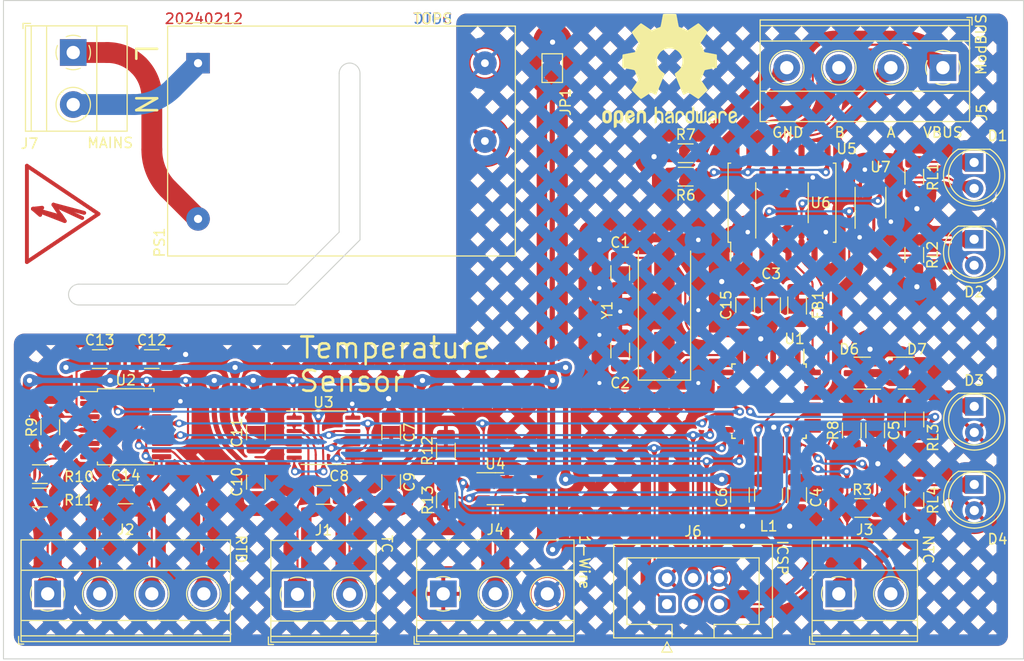
<source format=kicad_pcb>
(kicad_pcb (version 20221018) (generator pcbnew)
  (title_block (title "Valhalla UFH Sensor (SMT)") (date "2024-01-08") (rev "1") (comment 4 "AISLER Project ID: VWEQFFQA"))
  (layers (0 "F.Cu" signal) (31 "B.Cu" signal) (34 "B.Paste" user) (35 "F.Paste" user) (36 "B.SilkS" user "B.Silkscreen") (37 "F.SilkS" user "F.Silkscreen") (38 "B.Mask" user) (39 "F.Mask" user) (44 "Edge.Cuts" user))
  (net 0 "")
  (net 4 "Net-(U1-VCC)")
  (net 5 "GND")
  (net 7 "Net-(U1-XTAL1{slash}PB6)")
  (net 8 "Net-(U1-XTAL2{slash}PB7)")
  (net 12 "VCC")
  (net 13 "/~{RESET}")
  (net 14 "Net-(U1-PB2)")
  (net 15 "/AVCC")
  (net 16 "Net-(D1-K)")
  (net 17 "Net-(D1-A)")
  (net 18 "Net-(D2-K)")
  (net 20 "Net-(D2-A)")
  (net 22 "Net-(D3-K)")
  (net 23 "Net-(D4-K)")
  (net 26 "Net-(U1-PC4)")
  (net 27 "Net-(U1-PC5)")
  (net 28 "Net-(J3-Pin_1)")
  (net 29 "Net-(U1-PD0)")
  (net 30 "Net-(U1-PD1)")
  (net 31 "Net-(U1-PD2)")
  (net 32 "Net-(J6-Pin_1)")
  (net 33 "Net-(J6-Pin_3)")
  (net 34 "Net-(J6-Pin_4)")
  (net 35 "Net-(U1-PB0)")
  (net 36 "Net-(R6-Pad1)")
  (net 37 "Net-(U2-ISENSOR)")
  (net 38 "Net-(J2-Pin_1)")
  (net 39 "Net-(U2-BIAS)")
  (net 40 "Net-(J2-Pin_2)")
  (net 41 "Net-(J2-Pin_3)")
  (net 42 "Net-(J2-Pin_4)")
  (net 43 "Net-(U2-FORCE2)")
  (net 45 "Net-(U1-PB1)")
  (net 46 "Net-(J1-Pin_2)")
  (net 47 "Net-(J1-Pin_1)")
  (net 50 "Net-(J4-Pin_2)")
  (net 52 "Net-(J5-Pin_4)")
  (net 55 "/RS485_N")
  (net 56 "/RS485_P")
  (net 58 "Net-(J5-Pin_1)")
  (net 59 "GNDA")
  (net 60 "Net-(J7-Pin_2)")
  (net 61 "Net-(J7-Pin_1)")
  (net 62 "Net-(U1-PC1)")
  (footprint "Capacitor_SMD:C_1206_3216Metric" (layer "F.Cu") (at 40.127 83.515)
    (fp_text reference "C12")
    (fp_text value "0.1uF")
  )
  (footprint "Package_SO:TSSOP-14_4.4x5mm_P0.65mm" (layer "F.Cu") (at 56.891 91.186)
    (fp_text reference "U3")
    (fp_text value "MAX31856")
  )
  (footprint "Resistor_SMD:R_1206_3216Metric" (layer "F.Cu") (at 114.554 65.7245 -90)
    (fp_text reference "RL1")
    (fp_text value "470R")
  )
  (footprint "TerminalBlock_Phoenix:TerminalBlock_Phoenix_MKDS-1,5-3-5.08_1x03_P5.08mm_Horizontal" (layer "F.Cu") (at 68.58 106.426)
    (fp_text reference "J4")
    (fp_text value "1-W")
  )
  (footprint "LED_THT:LED_D5.0mm" (layer "F.Cu") (at 120.396 71.8205 -90)
    (fp_text reference "D2")
    (fp_text value "BusTx")
  )
  (footprint "TerminalBlock_Phoenix:TerminalBlock_Phoenix_MKDS-1,5-4-5.08_1x04_P5.08mm_Horizontal" (layer "F.Cu") (at 29.967 106.426)
    (fp_text reference "J2")
    (fp_text value "RTD")
  )
  (footprint "Resistor_SMD:R_1206_3216Metric" (layer "F.Cu") (at 114.569085 89.403 -90)
    (fp_text reference "RL3")
    (fp_text value "470R")
  )
  (footprint "Capacitor_SMD:C_1206_3216Metric" (layer "F.Cu") (at 63.495 95.504 90)
    (fp_text reference "C9")
    (fp_text value "10nF")
  )
  (footprint "Capacitor_SMD:C_1206_3216Metric" (layer "F.Cu") (at 85.852 75.106 -90)
    (fp_text reference "C1")
    (fp_text value "20pF")
  )
  (footprint "Inductor_SMD:L_1210_3225Metric" (layer "F.Cu") (at 100.33 96.774 90)
    (fp_text reference "L1")
    (fp_text value "10uH")
  )
  (footprint "Package_TO_SOT_SMD:SOT-23-3" (layer "F.Cu") (at 109.469 84.887 180)
    (fp_text reference "D6")
    (fp_text value "3.3V")
  )
  (footprint "Package_SO:SOIC-16W_7.5x10.3mm_P1.27mm" (layer "F.Cu") (at 101.641 68.248 90)
    (fp_text reference "U5")
    (fp_text value "ISO1410")
  )
  (footprint "Capacitor_SMD:C_1206_3216Metric" (layer "F.Cu") (at 98.044 78.232 90)
    (fp_text reference "C15")
    (fp_text value "4.7uF")
  )
  (footprint "LED_THT:LED_D5.0mm" (layer "F.Cu") (at 120.411085 95.753 -90)
    (fp_text reference "D4")
    (fp_text value "Power")
  )
  (footprint "TerminalBlock_Phoenix:TerminalBlock_Phoenix_MKDS-1,5-2-5.08_1x02_P5.08mm_Horizontal" (layer "F.Cu") (at 107.18313 106.426991)
    (fp_text reference "J3")
    (fp_text value "NTC")
  )
  (footprint "Package_SO:SSOP-20_5.3x7.2mm_P0.65mm" (layer "F.Cu") (at 37.587 90.119)
    (fp_text reference "U2")
    (fp_text value "MAX31865xAP")
  )
  (footprint "LED_THT:LED_D5.0mm" (layer "F.Cu") (at 120.411085 88.133 -90)
    (fp_text reference "D3")
    (fp_text value "Temp")
  )
  (footprint "Capacitor_SMD:C_1206_3216Metric" (layer "F.Cu") (at 97.536 96.774 -90)
    (fp_text reference "C6")
    (fp_text value "0.1uF")
  )
  (footprint "Resistor_SMD:R_1206_3216Metric" (layer "F.Cu") (at 68.834 92.456 90)
    (fp_text reference "R12")
    (fp_text value "1K")
  )
  (footprint "Resistor_SMD:R_1206_3216Metric" (layer "F.Cu") (at 109.474 98.044)
    (fp_text reference "R3")
    (fp_text value "NTC-REF")
  )
  (footprint "Resistor_SMD:R_1206_3216Metric" (layer "F.Cu") (at 114.554 73.3445 90)
    (fp_text reference "RL2")
    (fp_text value "470R")
  )
  (footprint "Package_TO_SOT_SMD:SOT-23-6" (layer "F.Cu") (at 73.66 96.164)
    (fp_text reference "U4")
    (fp_text value "DS2484")
  )
  (footprint "TerminalBlock_Phoenix:TerminalBlock_Phoenix_MKDS-1,5-2-5.08_1x02_P5.08mm_Horizontal" (layer "F.Cu") (at 54.351 106.477)
    (fp_text reference "J1")
    (fp_text value "K-TC")
  )
  (footprint "Connector_IDC:IDC-Header_2x03_P2.54mm_Vertical" (layer "F.Cu") (at 90.419 107.4325 90)
    (fp_text reference "J6")
    (fp_text value "ICSP")
  )
  (footprint "Package_SO:SOIC-8_3.9x4.9mm_P1.27mm" (layer "F.Cu") (at 101.641 68.248 90)
    (fp_text reference "U6")
    (fp_text value "MAX3483")
  )
  (footprint "Capacitor_SMD:C_1206_3216Metric" (layer "F.Cu") (at 63.495 90.678 90)
    (fp_text reference "C7")
    (fp_text value "0.1uF")
  )
  (footprint "TerminalBlock_Phoenix:TerminalBlock_Phoenix_MKDS-1,5-4-5.08_1x04_P5.08mm_Horizontal" (layer "F.Cu") (at 117.348 55.067 180)
    (fp_text reference "J5")
    (fp_text value "ModBUS")
  )
  (footprint "Package_SO:SSOP-8_2.95x2.8mm_P0.65mm" (layer "F.Cu") (at 110.277 68.248 90)
    (fp_text reference "U7")
    (fp_text value "74LVC2G125")
  )
  (footprint "Symbol:Symbol_HighVoltage_Type2_CopperTop_VerySmall" (layer "F.Cu") (at 30.734 69.342 -90)
    (fp_text reference "REF**" hide)
    (fp_text value "Symbol_HighVoltage_Type2_CopperTop_VerySmall")
  )
  (footprint "Capacitor_SMD:C_1206_3216Metric" (layer "F.Cu") (at 50.287 95.504 90)
    (fp_text reference "C10")
    (fp_text value "10nF")
  )
  (footprint "Resistor_SMD:R_1206_3216Metric" (layer "F.Cu") (at 108.453 90.475 90)
    (fp_text reference "R8")
    (fp_text value "47K")
  )
  (footprint "Capacitor_SMD:C_1206_3216Metric" (layer "F.Cu") (at 85.852 82.677 90)
    (fp_text reference "C2")
    (fp_text value "20pF")
  )
  (footprint "Capacitor_SMD:C_1206_3216Metric" (layer "F.Cu") (at 37.587 96.723)
    (fp_text reference "C14")
    (fp_text value "RTD-CI")
  )
  (footprint "Capacitor_SMD:C_1206_3216Metric" (layer "F.Cu") (at 56.891 96.774)
    (fp_text reference "C8")
    (fp_text value "0.1uF")
  )
  (footprint "TerminalBlock_Phoenix:TerminalBlock_Phoenix_MKDS-1,5-2-5.08_1x02_P5.08mm_Horizontal" (layer "F.Cu") (at 32.461 53.589 -90)
    (fp_text reference "J7")
    (fp_text value "MAINS")
  )
  (footprint "Resistor_SMD:R_1206_3216Metric" (layer "F.Cu") (at 68.834 97.282 -90)
    (fp_text reference "R13")
    (fp_text value "1K")
  )
  (footprint "Crystal:Crystal_SMD_HC49-SD" (layer "F.Cu") (at 90.17 78.867 90)
    (fp_text reference "Y1")
    (fp_text value "7.3728 MHz")
  )
  (footprint "Package_TO_SOT_SMD:SOT-23-3" (layer "F.Cu") (at 113.787 84.887)
    (fp_text reference "D7")
    (fp_text value "BAT54S_R1_00001")
  )
  (footprint "Resistor_SMD:R_1206_3216Metric" (layer "F.Cu") (at 92.243 65.708 180)
    (fp_text reference "R6")
    (fp_text value "0R")
  )
  (footprint "Resistor_SMD:R_1206_3216Metric" (layer "F.Cu") (at 29.205 94.742 180)
    (fp_text reference "R10")
    (fp_text value "0R")
  )
  (footprint "Resistor_SMD:R_1206_3216Metric" (layer "F.Cu") (at 29.205 97.028 180)
    (fp_text reference "R11")
    (fp_text value "0R")
  )
  (footprint "Resistor_SMD:R_1206_3216Metric" (layer "F.Cu") (at 92.243 63.422)
    (fp_text reference "R7")
    (fp_text value "0R")
  )
  (footprint "Resistor_SMD:R_1206_3216Metric" (layer "F.Cu") (at 30.221 90.17 90)
    (fp_text reference "R9")
    (fp_text value "RTD-REF")
  )
  (footprint "Capacitor_SMD:C_1206_3216Metric" (layer "F.Cu") (at 103.124 96.774 -90)
    (fp_text reference "C4")
    (fp_text value "0.1uF")
  )
  (footprint "Jumper:SolderJumper-2_P1.3mm_Bridged2Bar_Pad1.0x1.5mm" (layer "F.Cu") (at 79.218 55.1125 90)
    (fp_text reference "JP1")
    (fp_text value "~")
  )
  (footprint "Symbol:OSHW-Logo2_14.6x12mm_SilkScreen" (layer "F.Cu") (at 90.678 55.372)
    (fp_text reference "REF**" hide)
    (fp_text value "OSHW-Logo2_14.6x12mm_SilkScreen" hide)
  )
  (footprint "Capacitor_SMD:C_1206_3216Metric" (layer "F.Cu") (at 35.047 83.515)
    (fp_text reference "C13")
    (fp_text value "0.1uF")
  )
  (footprint "Resistor_SMD:R_1206_3216Metric" (layer "F.Cu") (at 114.569085 97.277 -90)
    (fp_text reference "RL4")
    (fp_text value "470R")
  )
  (footprint "Capacitor_SMD:C_1206_3216Metric" (layer "F.Cu") (at 110.739 90.475 -90)
    (fp_text reference "C5")
    (fp_text value "4.7nF")
  )
  (footprint "Package_QFP:TQFP-32_7x7mm_P0.8mm" (layer "F.Cu") (at 100.376 87.618 -90)
    (fp_text reference "U1")
    (fp_text value "ATmega328PB-A")
  )
  (footprint "Inductor_SMD:L_1206_3216Metric" (layer "F.Cu") (at 103.119 78.283 -90)
    (fp_text reference "FB1")
    (fp_text value "2512061217Y0")
  )
  (footprint "Converter_ACDC:Converter_ACDC_MeanWell_IRM-02-xx_THT" (layer "F.Cu") (at 44.644 54.63)
    (fp_text reference "PS1")
    (fp_text value "IRM-02-3.3")
  )
  (footprint "Capacitor_SMD:C_1206_3216Metric" (layer "F.Cu") (at 100.579 78.232 90)
    (fp_text reference "C3")
    (fp_text value "0.1uF")
  )
  (footprint "Capacitor_SMD:C_1206_3216Metric" (layer "F.Cu") (at 50.287 90.678 90)
    (fp_text reference "C11")
    (fp_text value "0.1uF")
  )
  (footprint "LED_THT:LED_D5.0mm" (layer "F.Cu") (at 120.396 64.3205 -90)
    (fp_text reference "D1")
    (fp_text value "BusRx")
  )
  (gr_rect (start 25.654 48.514) (end 125.222 112.776) (stroke (width 0.1)) (fill none) (layer "Edge.Cuts"))
  (gr_arc (start 33.02 78.232) (mid 32.004 77.216) (end 33.02 76.2) (stroke (width 0.1)) (layer "Edge.Cuts"))
  (gr_line (start 53.34 76.2) (end 58.42 71.12) (stroke (width 0.1)) (layer "Edge.Cuts"))
  (gr_line (start 58.42 71.12) (end 58.42 55.626) (stroke (width 0.1)) (layer "Edge.Cuts"))
  (gr_line (start 33.02 76.2) (end 53.34 76.2) (stroke (width 0.1)) (layer "Edge.Cuts"))
  (gr_arc (start 58.42 55.626) (mid 59.436 54.61) (end 60.452 55.626) (stroke (width 0.1)) (layer "Edge.Cuts"))
  (gr_line (start 33.02 78.232) (end 54.102 78.232) (stroke (width 0.1)) (layer "Edge.Cuts"))
  (gr_line (start 54.102 78.232) (end 60.452 71.882) (stroke (width 0.1)) (layer "Edge.Cuts"))
  (gr_line (start 60.452 71.882) (end 60.452 55.626) (stroke (width 0.1)) (layer "Edge.Cuts"))
  (gr_text "20240212" (at 45.212 50.292) (layer "F.Cu") (effects (font (size 1 1))))
  (gr_text "TOPC" (at 67.564 50.292) (layer "F.Cu") (effects (font (size 1 1))))
  (gr_text "BOTC" (at 67.564 50.292) (layer "B.Cu") (effects (font (size 1 1)) (justify mirror)))
  (gr_text "VBUS" (at 115.316 61.976) (layer "F.SilkS") (effects (font (size 1 1)) (justify left bottom)))
  (gr_text "TOPS" (at 67.564 50.292) (layer "F.SilkS") (effects (font (size 1 1))))
  (gr_text "ModBUS" (at 121.666 55.88 90) (layer "F.SilkS") (effects (font (size 1 1)) (justify left bottom)))
  (gr_text "ICSP" (at 101.092 101.092 270) (layer "F.SilkS") (effects (font (size 1 1)) (justify left bottom)))
  (gr_text "GND" (at 100.584 61.976) (layer "F.SilkS") (effects (font (size 1 1)) (justify left bottom)))
  (gr_text "A" (at 111.76 61.976) (layer "F.SilkS") (effects (font (size 1 1)) (justify left bottom)))
  (gr_text "L" (at 38.354 52.578 -90) (layer "F.SilkS") (effects (font (size 2.032 2.032) (thickness 0.254)) (justify left bottom)))
  (gr_text "MAINS" (at 33.731 62.992) (layer "F.SilkS") (effects (font (size 1 1)) (justify left bottom)))
  (gr_text "1-Wire" (at 81.788 100.584 270) (layer "F.SilkS") (effects (font (size 1 1)) (justify left bottom)))
  (gr_text "Temperature\nSensor" (at 54.356 86.868) (layer "F.SilkS") (effects (font (size 2.032 2.032) (thickness 0.254)) (justify left bottom)))
  (gr_text "RTD" (at 48.26 100.584 270) (layer "F.SilkS") (effects (font (size 1 1)) (justify left bottom)))
  (gr_text "NTC" (at 115.316 100.584 -90) (layer "F.SilkS") (effects (font (size 1 1)) (justify left bottom)))
  (gr_text "N" (at 38.354 57.404 270) (layer "F.SilkS") (effects (font (size 2.032 2.032) (thickness 0.254)) (justify left bottom)))
  (gr_text "TC" (at 62.484 100.584 270) (layer "F.SilkS") (effects (font (size 1 1)) (justify left bottom)))
  (gr_text "B" (at 106.68 61.976) (layer "F.SilkS") (effects (font (size 1 1)) (justify left bottom)))
  (segment (start 100.776 79.904) (end 100.776 83.368) (width 0.508) (layer "F.Cu") (net 4))
  (segment (start 103.119 79.858) (end 100.679 79.858) (width 0.508) (layer "F.Cu") (net 4))
  (segment (start 100.579 79.707) (end 98.044 79.707) (width 0.508) (layer "F.Cu") (net 4))
  (segment (start 97.142463 76.757) (end 100.579 76.757) (width 0.508) (layer "F.Cu") (net 5))
  (segment (start 99.568 81.534) (end 99.772 81.738) (width 0.508) (layer "F.Cu") (net 5))
  (segment (start 42.926 87.63) (end 42.926 87.634067) (width 0.2032) (layer "F.Cu") (net 5))
  (segment (start 114.569085 99.922146) (end 114.569085 98.7395) (width 0.508) (layer "F.Cu") (net 5))
  (segment (start 59.69 87.884) (end 59.72175 87.91575) (width 0.2032) (layer "F.Cu") (net 5))
  (segment (start 98.382 71.204) (end 98.298 71.12) (width 0.2032) (layer "F.Cu") (net 5))
  (segment (start 95.758 75.946) (end 96.1635 76.3515) (width 0.508) (layer "F.Cu") (net 5))
  (segment (start 109.952 65.406391) (end 109.952 66.548) (width 0.2032) (layer "F.Cu") (net 5))
  (segment (start 110.236 82.55) (end 110.42125 82.73525) (width 0.508) (layer "F.Cu") (net 5))
  (segment (start 79.218 52.883213) (end 79.218 54.4625) (width 0.508) (layer "F.Cu") (net 5))
  (segment (start 63.368 87.503) (end 63.241 87.376) (width 0.508) (layer "F.Cu") (net 5))
  (segment (start 103.124 98.66745) (end 103.124 98.249) (width 0.508) (layer "F.Cu") (net 5))
  (segment (start 42.417724 88.146409) (end 42.923124 87.641009) (width 0.2032) (layer "F.Cu") (net 5))
  (segment (start 105.918 71.12) (end 106.002 71.204) (width 0.2032) (layer "F.Cu") (net 5))
  (segment (start 76.167206 97.114) (end 74.7975 97.114) (width 0.2032) (layer "F.Cu") (net 5))
  (segment (start 112.001691 69.948) (end 111.252 69.948) (width 0.2032) (layer "F.Cu") (net 5))
  (segment (start 114.681 68.707) (end 114.808 68.834) (width 0.508) (layer "F.Cu") (net 5))
  (segment (start 97.536 99.388394) (end 97.536 98.249) (width 0.508) (layer "F.Cu") (net 5))
  (segment (start 59.7535 87.992401) (end 59.7535 89.236) (width 0.2032) (layer "F.Cu") (net 5))
  (segment (start 76.37 97.198) (end 76.454 97.282) (width 0.2032) (layer "F.Cu") (net 5))
  (segment (start 106.086 71.406793) (end 106.086 72.898) (width 0.2032) (layer "F.Cu") (net 5))
  (segment (start 110.6065 83.182483) (end 110.6065 83.937) (width 0.508) (layer "F.Cu") (net 5))
  (segment (start 97.663 99.695) (end 97.79 99.822) (width 0.508) (layer "F.Cu") (net 5))
  (segment (start 98.466 71.406793) (end 98.466 72.898) (width 0.2032) (layer "F.Cu") (net 5))
  (segment (start 42.849284 83.515) (end 41.602 83.515) (width 0.508) (layer "F.Cu") (net 5))
  (segment (start 63.495 87.809605) (end 63.495 89.203) (width 0.508) (layer "F.Cu") (net 5))
  (segment (start 112.19 70.026) (end 112.268 70.104) (width 0.2032) (layer "F.Cu") (net 5))
  (segment (start 89.32 63.588) (end 89.154 63.754) (width 0.508) (layer "F.Cu") (net 5))
  (segment (start 100.776 90.27584) (end 100.776 91.868) (width 0.508) (layer "F.Cu") (net 5))
  (segment (start 43.429 83.058) (end 43.2765 83.2865) (width 0.508) (layer "F.Cu") (net 5))
  (segment (start 110.739 93.283859) (end 110.739 91.95) (width 0.508) (layer "F.Cu") (net 5))
  (segment (start 89.720759 63.422) (end 90.7805 63.422) (width 0.508) (layer "F.Cu") (net 5))
  (segment (start 100.838 90.17) (end 100.807 90.201) (width 0.508) (layer "F.Cu") (net 5))
  (segment (start 99.976 82.230499) (end 99.976 83.368) (width 0.508) (layer "F.Cu") (net 5))
  (segment (start 102.828111 99.381788) (end 102.3879 99.822) (width 0.508) (layer "F.Cu") (net 5))
  (segment (start 110.998 93.726) (end 110.8685 93.5965) (width 0.508) (layer "F.Cu") (net 5))
  (segment (start 104.648 65.786) (end 104.6415 65.7795) (width 0.2032) (layer "F.Cu") (net 5))
  (segment (start 114.808 100.33) (end 114.688542 100.210542) (width 0.508) (layer "F.Cu") (net 5))
  (segment (start 114.554 76.020394) (end 114.554 74.807) (width 0.508) (layer "F.Cu") (net 5))
  (segment (start 109.302 71.488017) (end 109.302 69.948) (width 0.2032) (layer "F.Cu") (net 5))
  (segment (start 79.233 52.847) (end 79.248 52.832) (width 0.508) (layer "F.Cu") (net 5))
  (segment (start 114.681 76.327) (end 114.808 76.454) (width 0.508) (layer "F.Cu") (net 5))
  (segment (start 41.578567 88.494) (end 41.087 88.494) (width 0.2032) (layer "F.Cu") (net 5))
  (segment (start 109.728 65.024) (end 109.84 65.136) (width 0.2032) (layer "F.Cu") (net 5))
  (segment (start 104.625807 65.773) (end 103.546 65.773) (width 0.2032) (layer "F.Cu") (net 5))
  (segment (start 114.554 68.400394) (end 114.554 67.187) (width 0.508) (layer "F.Cu") (net 5))
  (segment (start 109.22 71.628) (end 109.261 71.587) (width 0.2032) (layer "F.Cu") (net 5))
  (via (at 102.3879 99.822) (size 1.27) (drill 0.508) (layers "F.Cu" "B.Cu") (net 5))
  (via (at 114.808 100.33) (size 1.27) (drill 0.508) (layers "F.Cu" "B.Cu") (net 5))
  (via (at 93.472 85.852) (size 0.8001) (drill 0.40005) (layers "F.Cu" "B.Cu") (net 5))
  (via (at 93.472 78.74) (size 0.8001) (drill 0.40005) (layers "F.Cu" "B.Cu") (net 5))
  (via (at 43.429 83.058) (size 1.27) (drill 0.508) (layers "F.Cu" "B.Cu") (net 5))
  (via (at 109.728 65.024) (size 0.762) (drill 0.4445) (layers "F.Cu" "B.Cu") (net 5))
  (via (at 83.82 71.882) (size 0.762) (drill 0.4445) (layers "F.Cu" "B.Cu") (net 5))
  (via (at 63.241 87.376) (size 1.27) (drill 0.508) (layers "F.Cu" "B.Cu") (net 5))
  (via (at 76.454 97.282) (size 0.762) (drill 0.4445) (layers "F.Cu" "B.Cu") (net 5))
  (via (at 100.838 90.17) (size 1.27) (drill 0.508) (layers "F.Cu" "B.Cu") (net 5))
  (via (at 110.236 82.55) (size 1.27) (drill 0.508) (layers "F.Cu" "B.Cu") (net 5))
  (via (at 83.82 85.852) (size 0.8001) (drill 0.40005) (layers "F.Cu" "B.Cu") (net 5))
  (via (at 79.248 52.578) (size 1.27) (drill 0.508) (layers "F.Cu" "B.Cu") (net 5))
  (via (at 93.472 71.882) (size 0.762) (drill 0.4445) (layers "F.Cu" "B.Cu") (net 5))
  (via (at 114.808 76.454) (size 1.27) (drill 0.508) (layers "F.Cu" "B.Cu") (net 5))
  (via (at 95.758 75.946) (size 1.27) (drill 0.508) (layers "F.Cu" "B.Cu") (net 5))
  (via (at 104.648 65.786) (size 0.762) (drill 0.4445) (layers "F.Cu" "B.Cu") (net 5))
  (via (at 83.82 81.153) (size 0.8001) (drill 0.40005) (layers "F.Cu" "B.Cu") (net 5))
  (via (at 109.22 71.628) (size 0.762) (drill 0.4445) (layers "F.Cu" "B.Cu") (net 5))
  (via (at 98.298 71.12) (size 0.762) (drill 0.4445) (layers "F.Cu" "B.Cu") (net 5))
  (via (at 112.268 70.104) (size 0.762) (drill 0.4445) (layers "F.Cu" "B.Cu") (net 5))
  (via (at 105.918 71.12) (size 0.762) (drill 0.4445) (layers "F.Cu" "B.Cu") (net 5))
  (via (at 89.154 63.754) (size 1.27) (drill 0.508) (layers "F.Cu" "B.Cu") (net 5))
  (via (at 59.69 87.884) (size 0.762) (drill 0.4445) (layers "F.Cu" "B.Cu") (net 5))
  (via (at 42.926 87.63) (size 0.762) (drill 0.4445) (layers "F.Cu" "B.Cu") (net 5))
  (via (at 83.82 76.581) (size 0.8001) (drill 0.40005) (layers "F.Cu" "B.Cu") (net 5))
  (via (at 110.998 93.726) (size 1.27) (drill 0.508) (layers "F.Cu" "B.Cu") (net 5))
  (via (at 114.808 68.834) (size 1.27) (drill 0.508) (layers "F.Cu" "B.Cu") (net 5))
  (via (at 99.568 81.534) (size 1.27) (drill 0.508) (layers "F.Cu" "B.Cu") (net 5))
  (via (at 85.852 78.867) (size 0.8001) (drill 0.40005) (layers "F.Cu" "B.Cu") (net 5))
  (via (at 97.79 99.822) (size 1.27) (drill 0.508) (layers "F.Cu" "B.Cu") (net 5))
  (arc (start 106.002 71.204) (mid 106.064169 71.297042) (end 106.086 71.406793) (width 0.2032) (layer "F.Cu") (net 5))
  (arc (start 110.739 93.283859) (mid 110.772655 93.453059) (end 110.8685 93.5965) (width 0.508) (layer "F.Cu") (net 5))
  (arc (start 112.19 70.026) (mid 112.103603 69.968271) (end 112.001691 69.948) (width 0.2032) (layer "F.Cu") (net 5))
  (arc (start 76.37 97.198) (mid 76.276957 97.13583) (end 76.167206 97.114) (width 0.2032) (layer "F.Cu") (net 5))
  (arc (start 89.720759 63.422) (mid 89.503869 63.465141) (end 89.32 63.588) (width 0.508) (layer "F.Cu") (net 5))
  (arc (start 103.124 98.66745) (mid 103.0471 99.054047) (end 102.828111 99.381788) (width 0.508) (layer "F.Cu") (net 5))
  (arc (start 114.554 68.400394) (mid 114.587006 68.566328) (end 114.681 68.707) (width 0.508) (layer "F.Cu") (net 5))
  (arc (start 42.417724 88.146409) (mid 42.032715 88.403664) (end 41.578567 88.494) (width 0.2032) (layer "F.Cu") (net 5))
  (arc (start 43.2765 83.2865) (mid 43.091526 83.454286) (end 42.849284 83.515) (width 0.508) (layer "F.Cu") (net 5))
  (arc (start 109.302 71.488017) (mid 109.291344 71.541586) (end 109.261 71.587) (width 0.2032) (layer "F.Cu") (net 5))
  (arc (start 114.569085 99.922146) (mid 114.60013 100.078225) (end 114.688542 100.210542) (width 0.508) (layer "F.Cu") (net 5))
  (arc (start 97.536 99.388394) (mid 97.569006 99.554328) (end 97.663 99.695) (width 0.508) (layer "F.Cu") (net 5))
  (arc (start 99.772 81.738) (mid 99.922982 81.96396) (end 99.976 82.230499) (width 0.508) (layer "F.Cu") (net 5))
  (arc (start 63.368 87.503) (mid 63.461993 87.643671) (end 63.495 87.809605) (width 0.508) (layer "F.Cu") (net 5))
  (arc (start 114.554 76.020394) (mid 114.587006 76.186328) (end 114.681 76.327) (width 0.508) (layer "F.Cu") (net 5))
  (arc (start 110.42125 82.73525) (mid 110.558355 82.940442) (end 110.6065 83.182483) (width 0.508) (layer "F.Cu") (net 5))
  (arc (start 109.84 65.136) (mid 109.922892 65.260056) (end 109.952 65.406391) (width 0.2032) (layer "F.Cu") (net 5))
  (arc (start 79.233 52.847) (mid 79.221898 52.863614) (end 79.218 52.883213) (width 0.508) (layer "F.Cu") (net 5))
  (arc (start 42.926 87.634067) (mid 42.925252 87.637824) (end 42.923124 87.641009) (width 0.2032) (layer "F.Cu") (net 5))
  (arc (start 104.6415 65.7795) (mid 104.6343 65.774689) (end 104.625807 65.773) (width 0.2032) (layer "F.Cu") (net 5))
  (arc (start 100.807 90.201) (mid 100.784056 90.235337) (end 100.776 90.27584) (width 0.508) (layer "F.Cu") (net 5))
  (arc (start 59.72175 87.91575) (mid 59.745248 87.950917) (end 59.7535 87.992401) (width 0.2032) (layer "F.Cu") (net 5))
  (arc (start 98.382 71.204) (mid 98.444169 71.297042) (end 98.466 71.406793) (width 0.2032) (layer "F.Cu") (net 5))
  (arc (start 96.1635 76.3515) (mid 96.612652 76.651613) (end 97.142463 76.757) (width 0.508) (layer "F.Cu") (net 5))
  (segment (start 96.52413 81.28) (end 93.93642 81.28) (width 0.2032) (layer "F.Cu") (net 7))
  (segment (start 92.202 79.545579) (end 92.202 76.018534) (width 0.2032) (layer "F.Cu") (net 7))
  (segment (start 85.852 73.631) (end 89.184 73.631) (width 0.2032) (layer "F.Cu") (net 7))
  (segment (start 90.800465 74.617) (end 90.17 74.617) (width 0.2032) (layer "F.Cu") (net 7))
  (segment (start 97.8336 81.8224) (end 98.021315 82.010115) (width 0.2032) (layer "F.Cu") (net 7))
  (segment (start 98.376 82.8664) (end 98.376 83.368) (width 0.2032) (layer "F.Cu") (net 7))
  (arc (start 97.8336 81.8224) (mid 97.23281 81.420965) (end 96.52413 81.28) (width 0.2032) (layer "F.Cu") (net 7))
  (arc (start 92.202 79.545579) (mid 92.334024 80.209313) (end 92.71 80.772) (width 0.2032) (layer "F.Cu") (net 7))
  (arc (start 92.71 80.772) (mid 93.272686 81.147975) (end 93.93642 81.28) (width 0.2032) (layer "F.Cu") (net 7))
  (arc (start 91.7915 75.0275) (mid 91.336809 74.723685) (end 90.800465 74.617) (width 0.2032) (layer "F.Cu") (net 7))
  (arc (start 98.021315 82.010115) (mid 98.28382 82.402981) (end 98.376 82.8664) (width 0.2032) (layer "F.Cu") (net 7))
  (arc (start 91.7915 75.0275) (mid 92.095314 75.48219) (end 92.202 76.018534) (width 0.2032) (layer "F.Cu") (net 7))
  (segment (start 97.4505 83.2425) (end 97.576 83.368) (width 0.2032) (layer "F.Cu") (net 8))
  (segment (start 85.852 84.152) (end 89.135 84.152) (width 0.2032) (layer "F.Cu") (net 8))
  (segment (start 97.147516 83.117) (end 90.17 83.117) (width 0.2032) (layer "F.Cu") (net 8))
  (arc (start 97.4505 83.2425) (mid 97.311489 83.149616) (end 97.147516 83.117) (width 0.2032) (layer "F.Cu") (net 8))
  (segment (start 102.92707 94.54507) (end 102.743 94.361) (width 0.2032) (layer "F.Cu") (net 12))
  (segment (start 103.124 95.0205) (end 103.124 95.299) (width 0.2032) (layer "F.Cu") (net 12))
  (segment (start 101.7234 93.98) (end 101.823184 93.98) (width 0.2032) (layer "F.Cu") (net 12))
  (segment (start 63.0035 92.6445) (end 63.495 92.153) (width 0.2032) (layer "F.Cu") (net 12))
  (segment (start 100.330684 93.225884) (end 100.633241 93.528441) (width 0.2032) (layer "F.Cu") (net 12))
  (segment (start 99.976 92.3696) (end 99.976 91.868) (width 0.2032) (layer "F.Cu") (net 12))
  (segment (start 61.816914 93.136) (end 59.7535 93.136) (width 0.2032) (layer "F.Cu") (net 12))
  (arc (start 100.633241 93.528441) (mid 101.13341 93.862643) (end 101.7234 93.98) (width 0.2032) (layer "F.Cu") (net 12))
  (arc (start 99.976 92.3696) (mid 100.068179 92.833017) (end 100.330684 93.225884) (width 0.2032) (layer "F.Cu") (net 12))
  (arc (start 102.92707 94.54507) (mid 103.072819 94.763199) (end 103.124 95.0205) (width 0.2032) (layer "F.Cu") (net 12))
  (arc (start 63.0035 92.6445) (mid 62.459089 93.008263) (end 61.816914 93.136) (width 0.2032) (layer "F.Cu") (net 12))
  (arc (start 102.743 94.361) (mid 102.320984 94.079018) (end 101.823184 93.98) (width 0.2032) (layer "F.Cu") (net 12))
  (segment (start 110.6065 85.837) (end 112.6495 85.837) (width 0.2032) (layer "F.Cu") (net 13))
  (segment (start 108.453 89.0125) (end 110.7265 89.0125) (width 0.2032) (layer "F.Cu") (net 13))
  (segment (start 105.64225 87.218) (end 104.626 87.218) (width 0.2032) (layer "F.Cu") (net 13))
  (segment (start 103.711292 105.838706) (end 104.324207 105.225792) (width 0.2032) (layer "F.Cu") (net 13))
  (segment (start 99.863536 107.4325) (end 95.499 107.4325) (width 0.2032) (layer "F.Cu") (net 13))
  (segment (start 110.6065 85.837) (end 110.6065 88.8675) (width 0.2032) (layer "F.Cu") (net 13))
  (segment (start 108.453 89.0125) (end 107.377097 87.936597) (width 0.2032) (layer "F.Cu") (net 13))
  (segment (start 105.918 93.340015) (end 105.918 101.378036) (width 0.2032) (layer "F.Cu") (net 13))
  (segment (start 108.453 89.0125) (end 107.1855 90.28) (width 0.2032) (layer "F.Cu") (net 13))
  (arc (start 103.711292 105.838706) (mid 101.945926 107.018286) (end 99.863536 107.4325) (width 0.2032) (layer "F.Cu") (net 13))
  (arc (start 105.918 101.378036) (mid 105.503786 103.460426) (end 104.324207 105.225792) (width 0.2032) (layer "F.Cu") (net 13))
  (arc (start 107.377097 87.936597) (mid 106.581142 87.404757) (end 105.64225 87.218) (width 0.2032) (layer "F.Cu") (net 13))
  (arc (start 107.1855 90.28) (mid 106.247412 91.683946) (end 105.918 93.340015) (width 0.2032) (layer "F.Cu") (net 13))
  (segment (start 60.122249 92.486) (end 59.7535 92.486) (width 0.2032) (layer "F.Cu") (net 14))
  (segment (start 95.475 88.818) (end 96.126 88.818) (width 0.2032) (layer "F.Cu") (net 14))
  (segment (start 94.363673 89.278326) (end 93.853 89.789) (width 0.2032) (layer "F.Cu") (net 14))
  (segment (start 60.852499 92.124499) (end 60.751744 92.225254) (width 0.2032) (layer "F.Cu") (net 14))
  (segment (start 42.790464 89.794) (end 41.087 89.794) (width 0.2032) (layer "F.Cu") (net 14))
  (segment (start 61.214 89.789) (end 61.214 91.25176) (width 0.2032) (layer "F.Cu") (net 14))
  (segment (start 72.39 89.789) (end 72.45625 89.85525) (width 0.2032) (layer "F.Cu") (net 14))
  (segment (start 42.7965 89.7915) (end 42.799 89.789) (width 0.2032) (layer "F.Cu") (net 14))
  (segment (start 72.5225 90.015191) (end 72.5225 95.214) (width 0.2032) (layer "F.Cu") (net 14))
  (via (at 93.853 89.789) (size 0.8001) (drill 0.40005) (layers "F.Cu" "B.Cu") (net 14))
  (via (at 61.214 89.789) (size 0.762) (drill 0.4445) (layers "F.Cu" "B.Cu") (net 14))
  (via (at 72.39 89.789) (size 0.8001) (drill 0.40005) (layers "F.Cu" "B.Cu") (net 14))
  (via (at 42.799 89.789) (size 0.762) (drill 0.4445) (layers "F.Cu" "B.Cu") (net 14))
  (arc (start 95.475 88.818) (mid 94.873554 88.937634) (end 94.363673 89.278326) (width 0.2032) (layer "F.Cu") (net 14))
  (arc (start 72.45625 89.85525) (mid 72.505282 89.928631) (end 72.5225 90.015191) (width 0.2032) (layer "F.Cu") (net 14))
  (arc (start 61.214 91.25176) (mid 61.120048 91.724083) (end 60.852499 92.124499) (width 0.2032) (layer "F.Cu") (net 14))
  (arc (start 42.7965 89.7915) (mid 42.79373 89.79335) (end 42.790464 89.794) (width 0.2032) (layer "F.Cu") (net 14))
  (arc (start 60.751744 92.225254) (mid 60.462929 92.418234) (end 60.122249 92.486) (width 0.2032) (layer "F.Cu") (net 14))
  (segment (start 93.853 89.789) (end 72.39 89.789) (width 0.2032) (layer "B.Cu") (net 14))
  (segment (start 61.214 89.789) (end 42.799 89.789) (width 0.2032) (layer "B.Cu") (net 14))
  (segment (start 61.214 89.789) (end 72.39 89.789) (width 0.2032) (layer "B.Cu") (net 14))
  (segment (start 48.26 88.692694) (end 48.26 84.328) (width 0.508) (layer "F.Cu") (net 15))
  (segment (start 80.518 84.328) (end 80.518 95.25) (width 0.508) (layer "F.Cu") (net 15))
  (segment (start 31.75 84.328) (end 32.206264 83.871735) (width 0.508) (layer "F.Cu") (net 15))
  (segment (start 50.604 91.836) (end 54.0285 91.836) (width 0.2032) (layer "F.Cu") (net 15))
  (segment (start 33.331883 88.494) (end 34.087 88.494) (width 0.2032) (layer "F.Cu") (net 15))
  (segment (start 98.591 95.084) (end 98.376 94.869) (width 0.508) (layer "F.Cu") (net 15))
  (segment (start 98.501944 95.299) (end 97.536 95.299) (width 0.508) (layer "F.Cu") (net 15))
  (segment (start 33.0675 83.515) (end 33.572 83.515) (width 0.508) (layer "F.Cu") (net 15))
  (segment (start 98.376 94.869) (end 98.376 91.868) (width 0.508) (layer "F.Cu") (net 15))
  (segment (start 95.758 95.25) (end 97.487 95.25) (width 0.508) (layer "F.Cu") (net 15))
  (segment (start 99.110055 95.299) (end 100.255 95.299) (width 0.508) (layer "F.Cu") (net 15))
  (segment (start 32.7814 84.864638) (end 32.7814 87.943516) (width 0.2032) (layer "F.Cu") (net 15))
  (segment (start 49.2735 91.1395) (end 50.287 92.153) (width 0.508) (layer "F.Cu") (net 15))
  (segment (start 99.110055 95.299) (end 98.501944 95.299) (width 0.508) (layer "F.Cu") (net 15))
  (segment (start 33.1767 83.9103) (end 33.572 83.515) (width 0.2032) (layer "F.Cu") (net 15))
  (via (at 31.75 84.328) (size 1.27) (drill 0.508) (layers "F.Cu" "B.Cu") (net 15))
  (via (at 80.518 84.328) (size 1.27) (drill 0.508) (layers "F.Cu" "B.Cu") (net 15))
  (via (at 95.758 95.25) (size 1.27) (drill 0.508) (layers "F.Cu" "B.Cu") (net 15))
  (via (at 80.518 95.25) (size 1.27) (drill 0.508) (layers "F.Cu" "B.Cu") (net 15))
  (via (at 48.26 84.328) (size 1.27) (drill 0.508) (layers "F.Cu" "B.Cu") (net 15))
  (arc (start 48.26 88.692694) (mid 48.5234 90.016895) (end 49.2735 91.1395) (width 0.508) (layer "F.Cu") (net 15))
  (arc (start 32.942633 88.332767) (mid 33.121222 88.452096) (end 33.331883 88.494) (width 0.2032) (layer "F.Cu") (net 15))
  (arc (start 33.0675 83.515) (mid 32.601402 83.607712) (end 32.206264 83.871735) (width 0.508) (layer "F.Cu") (net 15))
  (arc (start 98.501944 95.299) (mid 98.618301 95.221252) (end 98.591 95.084) (width 0.508) (layer "F.Cu") (net 15))
  (arc (start 98.591 95.084) (mid 98.829144 95.243123) (end 99.110055 95.299) (width 0.508) (layer "F.Cu") (net 15))
  (arc (start 32.7814 87.943516) (mid 32.823303 88.154177) (end 32.942633 88.332767) (width 0.2032) (layer "F.Cu") (net 15))
  (arc (start 33.1767 83.9103) (mid 32.884135 84.348154) (end 32.7814 84.864638) (width 0.2032) (layer "F.Cu") (net 15))
  (segment (start 31.75 84.328) (end 48.26 84.328) (width 0.508) (layer "B.Cu") (net 15))
  (segment (start 95.758 95.25) (end 80.518 95.25) (width 0.508) (layer "B.Cu") (net 15))
  (segment (start 80.518 84.328) (end 48.26 84.328) (width 0.508) (layer "B.Cu") (net 15))
  (segment (start 114.554 64.262) (end 120.3375 64.262) (width 0.2032) (layer "F.Cu") (net 16))
  (segment (start 110.989399 65.157399) (end 110.956684 65.190115) (width 0.2032) (layer "F.Cu") (net 17))
  (segment (start 110.602 66.0464) (end 110.602 66.548) (width 0.2032) (layer "F.Cu") (net 17))
  (segment (start 111.924666 64.77) (end 111.9494 64.77) (width 0.2032) (layer "F.Cu") (net 17))
  (segment (start 112.926889 65.174889) (end 113.03 65.278) (width 0.2032) (layer "F.Cu") (net 17))
  (segment (start 119.79025 66.8605) (end 120.396 66.8605) (width 0.2032) (layer "F.Cu") (net 17))
  (segment (start 117.350213 65.786) (end 114.25642 65.786) (width 0.2032) (layer "F.Cu") (net 17))
  (segment (start 118.64725 66.32325) (end 118.75617 66.43217) (width 0.2032) (layer "F.Cu") (net 17))
  (arc (start 118.75617 66.43217) (mid 119.230609 66.74918) (end 119.79025 66.8605) (width 0.2032) (layer "F.Cu") (net 17))
  (arc (start 111.924666 64.77) (mid 111.418503 64.870681) (end 110.989399 65.157399) (width 0.2032) (layer "F.Cu") (net 17))
  (arc (start 112.926889 65.174889) (mid 112.478413 64.875227) (end 111.9494 64.77) (width 0.2032) (layer "F.Cu") (net 17))
  (arc (start 110.956684 65.190115) (mid 110.694179 65.582981) (end 110.602 66.0464) (width 0.2032) (layer "F.Cu") (net 17))
  (arc (start 113.03 65.278) (mid 113.592686 65.653975) (end 114.25642 65.786) (width 0.2032) (layer "F.Cu") (net 17))
  (arc (start 118.64725 66.32325) (mid 118.052164 65.925626) (end 117.350213 65.786) (width 0.2032) (layer "F.Cu") (net 17))
  (segment (start 114.554 71.882) (end 120.3345 71.882) (width 0.2032) (layer "F.Cu") (net 18))
  (segment (start 110.973975 71.857975) (end 112.150026 73.034026) (width 0.2032) (layer "F.Cu") (net 20))
  (segment (start 110.602 69.948) (end 110.602 70.959949) (width 0.2032) (layer "F.Cu") (net 20))
  (segment (start 119.627487 73.591987) (end 120.396 74.3605) (width 0.2032) (layer "F.Cu") (net 20))
  (segment (start 113.048051 73.406) (end 119.178474 73.406) (width 0.2032) (layer "F.Cu") (net 20))
  (arc (start 119.178474 73.406) (mid 119.421478 73.454336) (end 119.627487 73.591987) (width 0.2032) (layer "F.Cu") (net 20))
  (arc (start 113.048051 73.406) (mid 112.562043 73.309327) (end 112.150026 73.034026) (width 0.2032) (layer "F.Cu") (net 20))
  (arc (start 110.973975 71.857975) (mid 110.698673 71.445957) (end 110.602 70.959949) (width 0.2032) (layer "F.Cu") (net 20))
  (segment (start 114.569085 87.9405) (end 120.218585 87.9405) (width 0.2032) (layer "F.Cu") (net 22))
  (segment (start 114.569085 95.8145) (end 120.349585 95.8145) (width 0.2032) (layer "F.Cu") (net 23))
  (segment (start 70.51575 95.60025) (end 68.834 93.9185) (width 0.2032) (layer "F.Cu") (net 26))
  (segment (start 103.391559 89.14044) (end 102.108 90.424) (width 0.2032) (layer "F.Cu") (net 26))
  (segment (start 70.51575 95.60025) (end 70.797625 95.882125) (width 0.2032) (layer "F.Cu") (net 26))
  (segment (start 71.478131 96.164) (end 72.5225 96.164) (width 0.2032) (layer "F.Cu") (net 26))
  (segment (start 104.17 88.818) (end 104.626 88.818) (width 0.2032) (layer "F.Cu") (net 26))
  (via (at 102.108 90.424) (size 0.8001) (drill 0.40005) (layers "F.Cu" "B.Cu") (net 26))
  (via (at 70.51575 95.60025) (size 0.8001) (drill 0.40005) (layers "F.Cu" "B.Cu") (net 26))
  (arc (start 104.17 88.818) (mid 103.74871 88.901799) (end 103.391559 89.14044) (width 0.2032) (layer "F.Cu") (net 26))
  (arc (start 70.797625 95.882125) (mid 71.109843 96.090743) (end 71.478131 96.164) (width 0.2032) (layer "F.Cu") (net 26))
  (segment (start 70.41515 95.70085) (end 70.51575 95.60025) (width 0.2032) (layer "B.Cu") (net 26))
  (segment (start 70.934013 98.112013) (end 70.601137 97.779137) (width 0.2032) (layer "B.Cu") (net 26))
  (segment (start 102.108 90.424) (end 102.108 96.563579) (width 0.2032) (layer "B.Cu") (net 26))
  (segment (start 70.41515 97.330124) (end 70.41515 95.70085) (width 0.2032) (layer "B.Cu") (net 26))
  (segment (start 100.373579 98.298) (end 71.383026 98.298) (width 0.2032) (layer "B.Cu") (net 26))
  (arc (start 70.41515 97.330124) (mid 70.463486 97.573128) (end 70.601137 97.779137) (width 0.2032) (layer "B.Cu") (net 26))
  (arc (start 101.6 97.79) (mid 101.037313 98.165975) (end 100.373579 98.298) (width 0.2032) (layer "B.Cu") (net 26))
  (arc (start 70.46545 95.65055) (mid 70.428222 95.706264) (end 70.41515 95.771984) (width 0.2032) (layer "B.Cu") (net 26))
  (arc (start 102.108 96.563579) (mid 101.975975 97.227313) (end 101.6 97.79) (width 0.2032) (layer "B.Cu") (net 26))
  (arc (start 71.383026 98.298) (mid 71.140022 98.249664) (end 70.934013 98.112013) (width 0.2032) (layer "B.Cu") (net 26))
  (segment (start 71.12 97.114) (end 72.5225 97.114) (width 0.2032) (layer "F.Cu") (net 27))
  (segment (start 99.314 90.35854) (end 99.314 90.424) (width 0.2032) (layer "F.Cu") (net 27))
  (segment (start 69.777951 96.763451) (end 68.834 95.8195) (width 0.2032) (layer "F.Cu") (net 27))
  (segment (start 100.515366 89.091713) (end 99.360287 90.246792) (width 0.2032) (layer "F.Cu") (net 27))
  (segment (start 70.62425 97.114) (end 71.12 97.114) (width 0.2032) (layer "F.Cu") (net 27))
  (segment (start 103.10754 88.018) (end 104.626 88.018) (width 0.2032) (layer "F.Cu") (net 27))
  (via (at 99.314 90.424) (size 0.8001) (drill 0.40005) (layers "F.Cu" "B.Cu") (net 27))
  (via (at 71.12 97.114) (size 0.8001) (drill 0.40005) (layers "F.Cu" "B.Cu") (net 27))
  (arc (start 69.777951 96.763451) (mid 70.166236 97.022895) (end 70.62425 97.114) (width 0.2032) (layer "F.Cu") (net 27))
  (arc (start 103.10754 88.018) (mid 101.704665 88.297048) (end 100.515366 89.091713) (width 0.2032) (layer "F.Cu") (net 27))
  (arc (start 99.360287 90.246792) (mid 99.326029 90.298062) (end 99.314 90.35854) (width 0.2032) (layer "F.Cu") (net 27))
  (segment (start 99.314 96.086394) (end 99.314 90.424) (width 0.2032) (layer "B.Cu") (net 27))
  (segment (start 71.417 96.817) (end 71.12 97.114) (width 0.2032) (layer "B.Cu") (net 27))
  (segment (start 98.880394 96.52) (end 72.134021 96.52) (width 0.2032) (layer "B.Cu") (net 27))
  (arc (start 72.134021 96.52) (mid 71.745972 96.597187) (end 71.417 96.817) (width 0.2032) (layer "B.Cu") (net 27))
  (arc (start 99.187 96.393) (mid 99.046328 96.486993) (end 98.880394 96.52) (width 0.2032) (layer "B.Cu") (net 27))
  (arc (start 99.314 96.086394) (mid 99.280993 96.252328) (end 99.187 96.393) (width 0.2032) (layer "B.Cu") (net 27))
  (segment (start 102.747975 93.124575) (end 103.485426 93.862026) (width 0.2032) (layer "F.Cu") (net 28))
  (segment (start 107.95 94.488) (end 108.0115 94.5495) (width 0.2032) (layer "F.Cu") (net 28))
  (segment (start 108.0115 94.5495) (end 108.0115 98.044) (width 0.2032) (layer "F.Cu") (net 28))
  (segment (start 108.0115 98.044) (end 108.0115 105.5975) (width 0.2032) (layer "F.Cu") (net 28))
  (segment (start 104.383451 94.234) (end 105.156 94.234) (width 0.2032) (layer "F.Cu") (net 28))
  (segment (start 102.376 91.868) (end 102.376 92.226549) (width 0.2032) (layer "F.Cu") (net 28))
  (via (at 105.156 94.234) (size 0.8001) (drill 0.40005) (layers "F.Cu" "B.Cu") (net 28))
  (via (at 107.95 94.488) (size 0.8001) (drill 0.40005) (layers "F.Cu" "B.Cu") (net 28))
  (arc (start 104.383451 94.234) (mid 103.897443 94.137327) (end 103.485426 93.862026) (width 0.2032) (layer "F.Cu") (net 28))
  (arc (start 102.376 92.226549) (mid 102.472673 92.712557) (end 102.747975 93.124575) (width 0.2032) (layer "F.Cu") (net 28))
  (segment (start 105.156 94.234) (end 105.41 94.488) (width 0.2032) (layer "B.Cu") (net 28))
  (segment (start 105.41 94.488) (end 107.95 94.488) (width 0.2032) (layer "B.Cu") (net 28))
  (segment (start 105.815187 86.232013) (end 105.986013 86.061187) (width 0.2032) (layer "F.Cu") (net 29))
  (segment (start 106.357987 76.522013) (end 108.018013 74.861987) (width 0.2032) (layer "F.Cu") (net 29))
  (segment (start 99.736 70.2355) (end 99.736 71.210499) (width 0.2032) (layer "F.Cu") (net 29))
  (segment (start 109.952 69.038906) (end 109.952 69.948) (width 0.2032) (layer "F.Cu") (net 29))
  (segment (start 108.204 69.088) (end 108.331 68.9402) (width 0.2032) (layer "F.Cu") (net 29))
  (segment (start 100.066 69.418) (end 100.396001 69.088) (width 0.2032) (layer "F.Cu") (net 29))
  (segment (start 109.705493 68.7924) (end 108.652868 68.7924) (width 0.2032) (layer "F.Cu") (net 29))
  (segment (start 99.736 70.214692) (end 99.736 70.2355) (width 0.2032) (layer "F.Cu") (net 29))
  (segment (start 108.204 74.412974) (end 108.204 69.088) (width 0.2032) (layer "F.Cu") (net 29))
  (segment (start 104.626 86.418) (end 105.366174 86.418) (width 0.2032) (layer "F.Cu") (net 29))
  (segment (start 106.172 85.612174) (end 106.172 76.971026) (width 0.2032) (layer "F.Cu") (net 29))
  (segment (start 99.736 71.210499) (end 99.736 72.898) (width 0.2032) (layer "F.Cu") (net 29))
  (via (at 100.396001 69.088) (size 0.8) (drill 0.4) (layers "F.Cu" "B.Cu") (net 29))
  (via (at 108.204 69.088) (size 0.8) (drill 0.4) (layers "F.Cu" "B.Cu") (net 29))
  (arc (start 105.366174 86.418) (mid 105.609178 86.369664) (end 105.815187 86.232013) (width 0.2032) (layer "F.Cu") (net 29))
  (arc (start 106.172 85.612174) (mid 106.123664 85.855178) (end 105.986013 86.061187) (width 0.2032) (layer "F.Cu") (net 29))
  (arc (start 109.8798 68.8646) (mid 109.799827 68.811164) (end 109.705493 68.7924) (width 0.2032) (layer "F.Cu") (net 29))
  (arc (start 108.652868 68.7924) (mid 108.475777 68.831116) (end 108.331 68.9402) (width 0.2032) (layer "F.Cu") (net 29))
  (arc (start 108.204 74.412974) (mid 108.155664 74.655978) (end 108.018013 74.861987) (width 0.2032) (layer "F.Cu") (net 29))
  (arc (start 106.172 76.971026) (mid 106.220336 76.728022) (end 106.357987 76.522013) (width 0.2032) (layer "F.Cu") (net 29))
  (arc (start 100.066 69.418) (mid 99.821764 69.783525) (end 99.736 70.214692) (width 0.2032) (layer "F.Cu") (net 29))
  (arc (start 109.8798 68.8646) (mid 109.933235 68.944572) (end 109.952 69.038906) (width 0.2032) (layer "F.Cu") (net 29))
  (segment (start 108.204 69.088) (end 100.396001 69.088) (width 0.2032) (layer "B.Cu") (net 29))
  (segment (start 103.632 68.326) (end 103.589 68.369) (width 0.2032) (layer "F.Cu") (net 30))
  (segment (start 103.546 72.3855) (end 103.546 73.410499) (width 0.2032) (layer "F.Cu") (net 30))
  (segment (start 105.7308 85.469823) (end 105.7308 77.652685) (width 0.2032) (layer "F.Cu") (net 30))
  (segment (start 105.582623 85.618) (end 104.626 85.618) (width 0.2032) (layer "F.Cu") (net 30))
  (segment (start 103.546 72.3855) (end 103.546 70.723) (width 0.2032) (layer "F.Cu") (net 30))
  (segment (start 111.252 67.638394) (end 111.252 66.548) (width 0.2032) (layer "F.Cu") (net 30))
  (segment (start 103.908391 74.28539) (end 104.6384 75.015399) (width 0.2032) (layer "F.Cu") (net 30))
  (segment (start 103.546 70.723) (end 103.546 68.472811) (width 0.2032) (layer "F.Cu") (net 30))
  (segment (start 111.125 67.945) (end 110.998 68.072) (width 0.2032) (layer "F.Cu") (net 30))
  (via (at 110.998 68.072) (size 0.8001) (drill 0.40005) (layers "F.Cu" "B.Cu") (net 30))
  (via (at 103.632 68.326) (size 0.8001) (drill 0.40005) (layers "F.Cu" "B.Cu") (net 30))
  (arc (start 104.6384 75.015399) (mid 105.446894 76.225396) (end 105.7308 77.652685) (width 0.2032) (layer "F.Cu") (net 30))
  (arc (start 111.252 67.638394) (mid 111.218993 67.804328) (end 111.125 67.945) (width 0.2032) (layer "F.Cu") (net 30))
  (arc (start 103.589 68.369) (mid 103.557175 68.416628) (end 103.546 68.472811) (width 0.2032) (layer "F.Cu") (net 30))
  (arc (start 105.6874 85.5746) (mid 105.639327 85.60672) (end 105.582623 85.618) (width 0.2032) (layer "F.Cu") (net 30))
  (arc (start 105.7308 85.469823) (mid 105.71952 85.526527) (end 105.6874 85.5746) (width 0.2032) (layer "F.Cu") (net 30))
  (arc (start 103.546 73.410499) (mid 103.640182 73.883986) (end 103.908391 74.28539) (width 0.2032) (layer "F.Cu") (net 30))
  (segment (start 103.759 68.199) (end 103.632 68.326) (width 0.2032) (layer "B.Cu") (net 30))
  (segment (start 104.065605 68.072) (end 110.998 68.072) (width 0.2032) (layer "B.Cu") (net 30))
  (arc (start 104.065605 68.072) (mid 103.899671 68.105006) (end 103.759 68.199) (width 0.2032) (layer "B.Cu") (net 30))
  (segment (start 102.276 73.618) (end 102.276 72.898) (width 0.2032) (layer "F.Cu") (net 31))
  (segment (start 102.276 72.898) (end 101.006 72.898) (width 0.2032) (layer "F.Cu") (net 31))
  (segment (start 101.006 70.723) (end 102.276 70.723) (width 0.2032) (layer "F.Cu") (net 31))
  (segment (start 104.626 76.231026) (end 104.626 84.818) (width 0.2032) (layer "F.Cu") (net 31))
  (segment (start 101.006 72.898) (end 101.006 70.723) (width 0.2032) (layer "F.Cu") (net 31))
  (segment (start 104.440013 75.782013) (end 102.276 73.618) (width 0.2032) (layer "F.Cu") (net 31))
  (arc (start 104.440013 75.782013) (mid 104.577664 75.988022) (end 104.626 76.231026) (width 0.2032) (layer "F.Cu") (net 31))
  (segment (start 89.154 92.202) (end 89.1837 92.2317) (width 0.2032) (layer "F.Cu") (net 32))
  (segment (start 57.658 92.202) (end 58.292339 91.56766) (width 0.2032) (layer "F.Cu") (net 32))
  (segment (start 89.8162 106.8297) (end 90.419 107.4325) (width 0.2032) (layer "F.Cu") (net 32))
  (segment (start 89.2134 105.374412) (end 89.2134 92.303402) (width 0.2032) (layer "F.Cu") (net 32))
  (segment (start 96.126 91.573784) (end 96.126 90.418) (width 0.2032) (layer "F.Cu") (net 32))
  (segment (start 95.758 92.202) (end 95.942 92.018) (width 0.2032) (layer "F.Cu") (net 32))
  (segment (start 40.612 89.144) (end 41.087 89.144) (width 0.2032) (layer "F.Cu") (net 32))
  (segment (start 38.862 91.1835) (end 38.862 91.948) (width 0.2032) (layer "F.Cu") (net 32))
  (segment (start 39.402582 89.878417) (end 39.801125 89.479875) (width 0.2032) (layer "F.Cu") (net 32))
  (segment (start 59.21375 91.186) (end 59.7535 91.186) (width 0.2032) (layer "F.Cu") (net 32))
  (via (at 57.658 92.202) (size 0.762) (drill 0.4445) (layers "F.Cu" "B.Cu") (net 32))
  (via (at 38.862 91.948) (size 0.762) (drill 0.4445) (layers "F.Cu" "B.Cu") (net 32))
  (via (at 95.758 92.202) (size 0.8001) (drill 0.40005) (layers "F.Cu" "B.Cu") (net 32))
  (via (at 89.154 92.202) (size 0.8001) (drill 0.40005) (layers "F.Cu" "B.Cu") (net 32))
  (arc (start 89.1837 92.2317) (mid 89.205681 92.264597) (end 89.2134 92.303402) (width 0.2032) (layer "F.Cu") (net 32))
  (arc (start 96.126 91.573784) (mid 96.078179 91.814192) (end 95.942 92.018) (width 0.2032) (layer "F.Cu") (net 32))
  (arc (start 40.612 89.144) (mid 40.173157 89.231291) (end 39.801125 89.479875) (width 0.2032) (layer "F.Cu") (net 32))
  (arc (start 59.21375 91.186) (mid 58.715085 91.28519) (end 58.292339 91.56766) (width 0.2032) (layer "F.Cu") (net 32))
  (arc (start 89.2134 105.374412) (mid 89.370062 106.162008) (end 89.8162 106.8297) (width 0.2032) (layer "F.Cu") (net 32))
  (arc (start 39.402582 89.878417) (mid 39.002492 90.477194) (end 38.862 91.1835) (width 0.2032) (layer "F.Cu") (net 32))
  (segment (start 57.658 92.202) (end 89.154 92.202) (width 0.2032) (layer "B.Cu") (net 32))
  (segment (start 89.154 92.202) (end 95.758 92.202) (width 0.2032) (layer "B.Cu") (net 32))
  (segment (start 38.989 92.075) (end 38.862 91.948) (width 0.2032) (layer "B.Cu") (net 32))
  (segment (start 39.295605 92.202) (end 57.658 92.202) (width 0.2032) (layer "B.Cu") (net 32))
  (arc (start 38.989 92.075) (mid 39.129671 92.168993) (end 39.295605 92.202) (width 0.2032) (layer "B.Cu") (net 32))
  (segment (start 93.6219 106.7696) (end 92.959 107.4325) (width 0.2032) (layer "F.Cu") (net 33))
  (segment (start 40.527686 90.444) (end 41.087 90.444) (width 0.2032) (layer "F.Cu") (net 33))
  (segment (start 39.584488 92.88705) (end 39.584488 91.387198) (width 0.2032) (layer "F.Cu") (net 33))
  (segment (start 59.38475 91.836) (end 59.7535 91.836) (width 0.2032) (layer "F.Cu") (net 33))
  (segment (start 97.576 93.287547) (end 97.576 91.868) (width 0.2032) (layer "F.Cu") (net 33))
  (segment (start 97.46795 93.472) (end 97.521975 93.417975) (width 0.2032) (layer "F.Cu") (net 33))
  (segment (start 39.559119 92.948297) (end 39.53375 92.973666) (width 0.2032) (layer "F.Cu") (net 33))
  (segment (start 58.166 93.218) (end 58.166 92.952) (width 0.2032) (layer "F.Cu") (net 33))
  (segment (start 94.2848 93.472) (end 94.2848 105.169217) (width 0.2032) (layer "F.Cu") (net 33))
  (segment (start 58.755255 92.096745) (end 58.35409 92.49791) (width 0.2032) (layer "F.Cu") (net 33))
  (via (at 97.46795 93.472) (size 0.8001) (drill 0.40005) (layers "F.Cu" "B.Cu") (net 33))
  (via (at 58.166 93.218) (size 0.8001) (drill 0.40005) (layers "F.Cu" "B.Cu") (net 33))
  (via (at 94.2848 93.472) (size 0.8001) (drill 0.40005) (layers "F.Cu" "B.Cu") (net 33))
  (via (at 39.53375 92.973666) (size 0.8001) (drill 0.40005) (layers "F.Cu" "B.Cu") (net 33))
  (arc (start 94.2848 105.169217) (mid 94.112517 106.035338) (end 93.6219 106.7696) (width 0.2032) (layer "F.Cu") (net 33))
  (arc (start 39.584488 92.88705) (mid 39.577894 92.920196) (end 39.559119 92.948297) (width 0.2032) (layer "F.Cu") (net 33))
  (arc (start 39.860744 90.720256) (mid 39.656284 91.026251) (end 39.584488 91.387198) (width 0.2032) (layer "F.Cu") (net 33))
  (arc (start 59.38475 91.836) (mid 59.04407 91.903765) (end 58.755255 92.096745) (width 0.2032) (layer "F.Cu") (net 33))
  (arc (start 58.35409 92.49791) (mid 58.214882 92.706248) (end 58.166 92.952) (width 0.2032) (layer "F.Cu") (net 33))
  (arc (start 97.576 93.287547) (mid 97.561959 93.358134) (end 97.521975 93.417975) (width 0.2032) (layer "F.Cu") (net 33))
  (arc (start 40.527686 90.444) (mid 40.166739 90.515796) (end 39.860744 90.720256) (width 0.2032) (layer "F.Cu") (net 33))
  (segment (start 39.882833 93.222833) (end 39.668991 93.008991) (width 0.2032) (layer "B.Cu") (net 33))
  (segment (start 57.732394 93.472) (end 40.484375 93.472) (width 0.2032) (layer "B.Cu") (net 33))
  (segment (start 58.599605 93.472) (end 94.7928 93.472) (width 0.2032) (layer "B.Cu") (net 33))
  (segment (start 58.166 93.218) (end 58.293 93.345) (width 0.2032) (layer "B.Cu") (net 33))
  (segment (start 39.53375 92.973666) (end 39.583708 92.973666) (width 0.2032) (layer "B.Cu") (net 33))
  (segment (start 58.039 93.345) (end 58.166 93.218) (width 0.2032) (layer "B.Cu") (net 33))
  (segment (start 97.46795 93.472) (end 94.2848 93.472) (width 0.2032) (layer "B.Cu") (net 33))
  (arc (start 58.039 93.345) (mid 57.898328 93.438993) (end 57.732394 93.472) (width 0.2032) (layer "B.Cu") (net 33))
  (arc (start 39.668991 93.008991) (mid 39.629863 92.982846) (end 39.583708 92.973666) (width 0.2032) (layer "B.Cu") (net 33))
  (arc (start 58.293 93.345) (mid 58.433671 93.438993) (end 58.599605 93.472) (width 0.2032) (layer "B.Cu") (net 33))
  (arc (start 39.882833 93.222833) (mid 40.158822 93.407243) (end 40.484375 93.472) (width 0.2032) (layer "B.Cu") (net 33))
  (segment (start 92.959 90.940535) (end 92.959 104.8925) (width 0.2032) (layer "F.Cu") (net 34))
  (segment (start 58.080014 90.536) (end 59.7535 90.536) (width 0.2032) (layer "F.Cu") (net 34))
  (segment (start 95.481868 89.618) (end 96.126 89.618) (width 0.2032) (layer "F.Cu") (net 34))
  (segment (start 94.615 90.932) (end 94.615 90.484868) (width 0.2032) (layer "F.Cu") (net 34))
  (segment (start 42.845 91.013) (end 42.926 90.932) (width 0.2032) (layer "F.Cu") (net 34))
  (segment (start 57.602 90.734) (end 57.404 90.932) (width 0.2032) (layer "F.Cu") (net 34))
  (segment (start 42.649448 91.094) (end 41.087 91.094) (width 0.2032) (layer "F.Cu") (net 34))
  (segment (start 92.9615 90.9345) (end 92.964 90.932) (width 0.2032) (layer "F.Cu") (net 34))
  (via (at 42.926 90.932) (size 0.762) (drill 0.4445) (layers "F.Cu" "B.Cu") (net 34))
  (via (at 92.964 90.932) (size 0.8001) (drill 0.40005) (layers "F.Cu" "B.Cu") (net 34))
  (via (at 57.404 90.932) (size 0.762) (drill 0.4445) (layers "F.Cu" "B.Cu") (net 34))
  (via (at 94.615 90.932) (size 0.8001) (drill 0.40005) (layers "F.Cu" "B.Cu") (net 34))
  (arc (start 94.8689 89.8719) (mid 94.680986 90.153132) (end 94.615 90.484868) (width 0.2032) (layer "F.Cu") (net 34))
  (arc (start 92.9615 90.9345) (mid 92.959649 90.937268) (end 92.959 90.940535) (width 0.2032) (layer "F.Cu") (net 34))
  (arc (start 42.845 91.013) (mid 42.75528 91.072948) (end 42.649448 91.094) (width 0.2032) (layer "F.Cu") (net 34))
  (arc (start 95.481868 89.618) (mid 95.150132 89.683986) (end 94.8689 89.8719) (width 0.2032) (layer "F.Cu") (net 34))
  (arc (start 58.080014 90.536) (mid 57.821314 90.587458) (end 57.602 90.734) (width 0.2032) (layer "F.Cu") (net 34))
  (segment (start 57.404 90.932) (end 92.964 90.932) (width 0.2032) (layer "B.Cu") (net 34))
  (segment (start 94.615 90.932) (end 92.964 90.932) (width 0.2032) (layer "B.Cu") (net 34))
  (segment (start 57.404 90.932) (end 42.926 90.932) (width 0.2032) (layer "B.Cu") (net 34))
  (segment (start 114.848792 90.8655) (end 114.569085 90.8655) (width 0.2032) (layer "F.Cu") (net 35))
  (segment (start 96.618651 87.218) (end 96.126 87.218) (width 0.2032) (layer "F.Cu") (net 35))
  (segment (start 116.586 89.154) (end 115.309848 90.652547) (width 0.2032) (layer "F.Cu") (net 35))
  (segment (start 97.45966 87.566357) (end 98.539303 88.646) (width 0.2032) (layer "F.Cu") (net 35))
  (via (at 98.539303 88.646) (size 0.8001) (drill 0.40005) (layers "F.Cu" "B.Cu") (net 35))
  (via (at 116.586 89.154) (size 0.8001) (drill 0.40005) (layers "F.Cu" "B.Cu") (net 35))
  (arc (start 115.309848 90.652547) (mid 115.102722 90.80969) (end 114.848792 90.8655) (width 0.2032) (layer "F.Cu") (net 35))
  (arc (start 97.45966 87.566357) (mid 97.073801 87.308535) (end 96.618651 87.218) (width 0.2032) (layer "F.Cu") (net 35))
  (segment (start 99.406513 89.154) (end 116.586 89.154) (width 0.2032) (layer "B.Cu") (net 35))
  (segment (start 98.793303 88.9) (end 98.539303 88.646) (width 0.2032) (layer "B.Cu") (net 35))
  (arc (start 98.793303 88.9) (mid 99.074646 89.087987) (end 99.406513 89.154) (width 0.2032) (layer "B.Cu") (net 35))
  (segment (start 94.261944 65.708) (end 93.7055 65.708) (width 0.2032) (layer "F.Cu") (net 36))
  (segment (start 98.466 64.991206) (end 98.466 63.598) (width 0.2032) (layer "F.Cu") (net 36))
  (segment (start 106.002 65.194) (end 105.918 65.278) (width 0.2032) (layer "F.Cu") (net 36))
  (segment (start 94.781 65.493) (end 94.996 65.278) (width 0.2032) (layer "F.Cu") (net 36))
  (segment (start 98.298 65.278) (end 98.382 65.194) (width 0.2032) (layer "F.Cu") (net 36))
  (segment (start 106.086 64.991206) (end 106.086 63.598) (width 0.2032) (layer "F.Cu") (net 36))
  (via (at 98.298 65.278) (size 0.8001) (drill 0.40005) (layers "F.Cu" "B.Cu") (net 36))
  (via (at 105.918 65.278) (size 0.8001) (drill 0.40005) (layers "F.Cu" "B.Cu") (net 36))
  (via (at 94.996 65.278) (size 0.8001) (drill 0.40005) (layers "F.Cu" "B.Cu") (net 36))
  (arc (start 98.466 64.991206) (mid 98.444169 65.100957) (end 98.382 65.194) (width 0.2032) (layer "F.Cu") (net 36))
  (arc (start 106.086 64.991206) (mid 106.064169 65.100957) (end 106.002 65.194) (width 0.2032) (layer "F.Cu") (net 36))
  (arc (start 94.781 65.493) (mid 94.542855 65.652123) (end 94.261944 65.708) (width 0.2032) (layer "F.Cu") (net 36))
  (segment (start 98.688244 65.0494) (end 105.527755 65.0494) (width 0.2032) (layer "B.Cu") (net 36))
  (segment (start 98.298 65.278) (end 94.996 65.278) (width 0.2032) (layer "B.Cu") (net 36))
  (segment (start 94.996 65.278) (end 95.2246 65.0494) (width 0.2032) (layer "B.Cu") (net 36))
  (segment (start 105.8037 65.1637) (end 105.918 65.278) (width 0.2032) (layer "B.Cu") (net 36))
  (segment (start 98.4123 65.1637) (end 98.298 65.278) (width 0.2032) (layer "B.Cu") (net 36))
  (arc (start 105.8037 65.1637) (mid 105.677095 65.079105) (end 105.527755 65.0494) (width 0.2032) (layer "B.Cu") (net 36))
  (arc (start 98.688244 65.0494) (mid 98.538904 65.079105) (end 98.4123 65.1637) (width 0.2032) (layer "B.Cu") (net 36))
  (segment (start 31.140277 91.094) (end 34.087 91.094) (width 0.2032) (layer "F.Cu") (net 37))
  (segment (start 32.249896 90.444) (end 34.087 90.444) (width 0.2032) (layer "F.Cu") (net 37))
  (segment (start 30.49025 91.36325) (end 30.81525 91.03825) (width 0.2032) (layer "F.Cu") (net 37))
  (arc (start 32.249896 90.444) (mid 31.473471 90.59844) (end 30.81525 91.03825) (width 0.2032) (layer "F.Cu") (net 37))
  (arc (start 31.140277 91.094) (mid 30.788484 91.163975) (end 30.49025 91.36325) (width 0.2032) (layer "F.Cu") (net 37))
  (arc (start 30.49025 91.36325) (mid 30.49025 91.36325) (end 30.49025 91.36325) (width 0.2032) (layer "F.Cu") (net 37))
  (segment (start 29.21 94.77025) (end 29.21 94.518815) (width 0.2032) (layer "F.Cu") (net 38))
  (segment (start 28.651208 96.119291) (end 27.7425 97.028) (width 0.2032) (layer "F.Cu") (net 38))
  (segment (start 30.7315 93.218) (end 30.510815 93.218) (width 0.2032) (layer "F.Cu") (net 38))
  (segment (start 28.85475 98.14025) (end 27.7425 97.028) (width 0.2032) (layer "F.Cu") (net 38))
  (segment (start 32.568312 92.140686) (end 32.028047 92.680952) (width 0.2032) (layer "F.Cu") (net 38))
  (segment (start 33.526 91.744) (end 34.087 91.744) (width 0.2032) (layer "F.Cu") (net 38))
  (segment (start 29.967 100.825459) (end 29.967 106.426) (width 0.2032) (layer "F.Cu") (net 38))
  (arc (start 33.526 91.744) (mid 33.007703 91.847095) (end 32.568312 92.140686) (width 0.2032) (layer "F.Cu") (net 38))
  (arc (start 30.510815 93.218) (mid 30.013014 93.317018) (end 29.591 93.599) (width 0.2032) (layer "F.Cu") (net 38))
  (arc (start 28.85475 98.14025) (mid 29.677935 99.372234) (end 29.967 100.825459) (width 0.2032) (layer "F.Cu") (net 38))
  (arc (start 29.591 93.599) (mid 29.309018 94.021014) (end 29.21 94.518815) (width 0.2032) (layer "F.Cu") (net 38))
  (arc (start 32.028047 92.680952) (mid 31.433186 93.078425) (end 30.7315 93.218) (width 0.2032) (layer "F.Cu") (net 38))
  (arc (start 29.21 94.77025) (mid 29.064774 95.500345) (end 28.651208 96.119291) (width 0.2032) (layer "F.Cu") (net 38))
  (segment (start 32.238288 89.8892) (end 33.9918 89.8892) (width 0.2032) (layer "F.Cu") (net 39))
  (segment (start 30.6575 89.144) (end 34.087 89.144) (width 0.2032) (layer "F.Cu") (net 39))
  (segment (start 30.81185 89.29835) (end 30.221 88.7075) (width 0.2032) (layer "F.Cu") (net 39))
  (arc (start 30.81185 89.29835) (mid 31.466305 89.735643) (end 32.238288 89.8892) (width 0.2032) (layer "F.Cu") (net 39))
  (segment (start 35.047 98.541068) (end 35.047 106.426) (width 0.2032) (layer "F.Cu") (net 40))
  (segment (start 34.087 93.871) (end 34.087 93.044) (width 0.2032) (layer "F.Cu") (net 40))
  (segment (start 35.5795 96.1905) (end 34.671777 95.282777) (width 0.2032) (layer "F.Cu") (net 40))
  (arc (start 35.5795 97.2555) (mid 35.185392 97.845323) (end 35.047 98.541068) (width 0.2032) (layer "F.Cu") (net 40))
  (arc (start 34.087 93.871) (mid 34.238978 94.635048) (end 34.671777 95.282777) (width 0.2032) (layer "F.Cu") (net 40))
  (arc (start 35.5795 96.1905) (mid 35.800068 96.723) (end 35.5795 97.2555) (width 0.2032) (layer "F.Cu") (net 40))
  (segment (start 40.502222 95.282777) (end 39.5945 96.1905) (width 0.2032) (layer "F.Cu") (net 41))
  (segment (start 40.127 98.541068) (end 40.127 106.426) (width 0.2032) (layer "F.Cu") (net 41))
  (segment (start 41.087 93.871) (end 41.087 93.044) (width 0.2032) (layer "F.Cu") (net 41))
  (arc (start 39.5945 96.1905) (mid 39.373931 96.723) (end 39.5945 97.2555) (width 0.2032) (layer "F.Cu") (net 41))
  (arc (start 39.5945 97.2555) (mid 39.988607 97.845323) (end 40.127 98.541068) (width 0.2032) (layer "F.Cu") (net 41))
  (arc (start 41.087 93.871) (mid 40.935021 94.635048) (end 40.502222 95.282777) (width 0.2032) (layer "F.Cu") (net 41))
  (segment (start 41.561999 92.394) (end 41.087 92.394) (width 0.2032) (layer "F.Cu") (net 42))
  (segment (start 42.372874 92.729875) (end 43.621999 93.979) (width 0.2032) (layer "F.Cu") (net 42))
  (segment (start 45.207 97.80553) (end 45.207 106.426) (width 0.2032) (layer "F.Cu") (net 42))
  (arc (start 43.621999 93.979) (mid 44.795071 95.734627) (end 45.207 97.80553) (width 0.2032) (layer "F.Cu") (net 42))
  (arc (start 42.372874 92.729875) (mid 42.000841 92.481291) (end 41.561999 92.394) (width 0.2032) (layer "F.Cu") (net 42))
  (segment (start 30.6675 94.742) (end 30.6675 97.028) (width 0.2032) (layer "F.Cu") (net 43))
  (segment (start 33.55125 92.394) (end 34.087 92.394) (width 0.2032) (layer "F.Cu") (net 43))
  (segment (start 32.636667 92.772832) (end 30.6675 94.742) (width 0.2032) (layer "F.Cu") (net 43))
  (arc (start 33.55125 92.394) (mid 33.056281 92.492455) (end 32.636667 92.772832) (width 0.2032) (layer "F.Cu") (net 43))
  (segment (start 36.135344 87.729035) (end 36.751401 88.345092) (width 0.2032) (layer "F.Cu") (net 45))
  (segment (start 54.06525 94.28615) (end 54.102 94.488) (width 0.2032) (layer "F.Cu") (net 45))
  (segment (start 97.184478 88.294478) (end 97.536 88.646) (width 0.2032) (layer "F.Cu") (net 45))
  (segment (start 36.83 88.646) (end 36.83 88.534845) (width 0.2032) (layer "F.Cu") (net 45))
  (segment (start 56.388 89.08415) (end 56.388 90.580539) (width 0.2032) (layer "F.Cu") (net 45))
  (segment (start 54.0285 93.879131) (end 54.0285 93.136) (width 0.2032) (layer "F.Cu") (net 45))
  (segment (start 56.896 94.488) (end 56.827136 91.622908) (width 0.2032) (layer "F.Cu") (net 45))
  (segment (start 34.843654 87.194) (end 34.087 87.194) (width 0.2032) (layer "F.Cu") (net 45))
  (segment (start 96.517 88.018) (end 96.126 88.018) (width 0.2032) (layer "F.Cu") (net 45))
  (via (at 97.536 88.646) (size 0.8001) (drill 0.40005) (layers "F.Cu" "B.Cu") (net 45))
  (via (at 54.102 94.488) (size 0.762) (drill 0.4445) (layers "F.Cu" "B.Cu") (net 45))
  (via (at 36.83 88.646) (size 0.762) (drill 0.4445) (layers "F.Cu" "B.Cu") (net 45))
  (via (at 56.388 89.08415) (size 0.8001) (drill 0.40005) (layers "F.Cu" "B.Cu") (net 45))
  (via (at 56.896 94.488) (size 0.762) (drill 0.4445) (layers "F.Cu" "B.Cu") (net 45))
  (arc (start 97.184478 88.294478) (mid 96.878236 88.089854) (end 96.517 88.018) (width 0.2032) (layer "F.Cu") (net 45))
  (arc (start 56.388 90.580539) (mid 56.44411 90.862626) (end 56.6039 91.101768) (width 0.2032) (layer "F.Cu") (net 45))
  (arc (start 36.751401 88.345092) (mid 36.809572 88.432151) (end 36.83 88.534845) (width 0.2032) (layer "F.Cu") (net 45))
  (arc (start 56.6039 91.101768) (mid 56.765723 91.340832) (end 56.827136 91.622908) (width 0.2032) (layer "F.Cu") (net 45))
  (arc (start 54.0285 93.879131) (mid 54.037706 94.083468) (end 54.06525 94.28615) (width 0.2032) (layer "F.Cu") (net 45))
  (arc (start 36.135344 87.729035) (mid 35.542711 87.333051) (end 34.843654 87.194) (width 0.2032) (layer "F.Cu") (net 45))
  (segment (start 57.135968 88.646) (end 97.536 88.646) (width 0.2032) (layer "B.Cu") (net 45))
  (segment (start 56.099075 88.865075) (end 56.293454 89.059454) (width 0.2032) (layer "B.Cu") (net 45))
  (segment (start 56.388 89.08415) (end 56.353075 89.08415) (width 0.2032) (layer "B.Cu") (net 45))
  (segment (start 56.896 94.488) (end 54.102 94.488) (width 0.2032) (layer "B.Cu") (net 45))
  (segment (start 56.607075 88.865075) (end 56.388 89.08415) (width 0.2032) (layer "B.Cu") (net 45))
  (segment (start 55.570181 88.646) (end 36.83 88.646) (width 0.2032) (layer "B.Cu") (net 45))
  (arc (start 57.135968 88.646) (mid 56.849733 88.702935) (end 56.607075 88.865075) (width 0.2032) (layer "B.Cu") (net 45))
  (arc (start 56.099075 88.865075) (mid 55.856416 88.702935) (end 55.570181 88.646) (width 0.2032) (layer "B.Cu") (net 45))
  (arc (start 56.293454 89.059454) (mid 56.320808 89.077731) (end 56.353075 89.08415) (width 0.2032) (layer "B.Cu") (net 45))
  (segment (start 58.366 96.239) (end 58.366 96.025026) (width 0.2032) (layer "F.Cu") (net 46))
  (segment (start 55.026744 90.796745) (end 55.449999 91.22) (width 0.2032) (layer "F.Cu") (net 46))
  (segment (start 56.134 94.382789) (end 56.134 92.871323) (width 0.2032) (layer "F.Cu") (net 46))
  (segment (start 54.0285 90.211) (end 54.0285 89.886) (width 0.2032) (layer "F.Cu") (net 46))
  (segment (start 57.590973 95.25) (end 57.00121 95.25) (width 0.2032) (layer "F.Cu") (net 46))
  (segment (start 54.3535 90.536) (end 54.397249 90.536) (width 0.2032) (layer "F.Cu") (net 46))
  (segment (start 58.744302 97.152302) (end 59.001 97.409) (width 0.2032) (layer "F.Cu") (net 46))
  (segment (start 59.431 98.447111) (end 59.431 106.477) (width 0.2032) (layer "F.Cu") (net 46))
  (segment (start 60.899111 96.979) (end 63.495 96.979) (width 0.2032) (layer "F.Cu") (net 46))
  (arc (start 58.366 96.239) (mid 58.464317 96.733275) (end 58.744302 97.152302) (width 0.2032) (layer "F.Cu") (net 46))
  (arc (start 59.861 97.409) (mid 59.542753 97.885289) (end 59.431 98.447111) (width 0.2032) (layer "F.Cu") (net 46))
  (arc (start 60.899111 96.979) (mid 60.337289 97.090753) (end 59.861 97.409) (width 0.2032) (layer "F.Cu") (net 46))
  (arc (start 59.431 98.447111) (mid 59.319246 97.885289) (end 59.001 97.409) (width 0.2032) (layer "F.Cu") (net 46))
  (arc (start 59.001 97.409) (mid 59.431 97.587111) (end 59.861 97.409) (width 0.2032) (layer "F.Cu") (net 46))
  (arc (start 58.139 95.477) (mid 57.887563 95.308995) (end 57.590973 95.25) (width 0.2032) (layer "F.Cu") (net 46))
  (arc (start 55.449999 91.22) (mid 55.956233 91.977633) (end 56.134 92.871323) (width 0.2032) (layer "F.Cu") (net 46))
  (arc (start 54.0285 90.211) (mid 54.12369 90.440809) (end 54.3535 90.536) (width 0.2032) (layer "F.Cu") (net 46))
  (arc (start 58.139 95.477) (mid 58.307004 95.728436) (end 58.366 96.025026) (width 0.2032) (layer "F.Cu") (net 46))
  (arc (start 55.026744 90.796745) (mid 54.737929 90.603765) (end 54.397249 90.536) (width 0.2032) (layer "F.Cu") (net 46))
  (arc (start 56.388 94.996) (mid 56.669343 95.183987) (end 57.00121 95.25) (width 0.2032) (layer "F.Cu") (net 46))
  (arc (start 56.134 94.382789) (mid 56.200012 94.714656) (end 56.388 94.996) (width 0.2032) (layer "F.Cu") (net 46))
  (segment (start 54.351 98.5275) (end 54.351 106.477) (width 0.2032) (layer "F.Cu") (net 47))
  (segment (start 52.099326 96.979) (end 50.287 96.979) (width 0.2032) (layer "F.Cu") (net 47))
  (segment (start 55.416 92.295621) (end 55.416 96.774) (width 0.2032) (layer "F.Cu") (net 47))
  (segment (start 54.513281 97.676718) (end 55.416 96.774) (width 0.2032) (layer "F.Cu") (net 47))
  (segment (start 53.6915 97.6385) (end 54.188718 98.135718) (width 0.2032) (layer "F.Cu") (net 47))
  (segment (start 54.351 98.0685) (end 54.351 98.5275) (width 0.2032) (layer "F.Cu") (net 47))
  (segment (start 55.026744 91.446745) (end 55.090999 91.511) (width 0.2032) (layer "F.Cu") (net 47))
  (segment (start 54.397249 91.186) (end 54.0285 91.186) (width 0.2032) (layer "F.Cu") (net 47))
  (arc (start 54.351 98.5275) (mid 54.308824 98.315469) (end 54.188718 98.135718) (width 0.2032) (layer "F.Cu") (net 47))
  (arc (start 54.188718 98.135718) (mid 54.292316 98.156325) (end 54.351 98.0685) (width 0.2032) (layer "F.Cu") (net 47))
  (arc (start 55.026744 91.446745) (mid 54.737929 91.253765) (end 54.397249 91.186) (width 0.2032) (layer "F.Cu") (net 47))
  (arc (start 53.6915 97.6385) (mid 52.961004 97.150398) (end 52.099326 96.979) (width 0.2032) (layer "F.Cu") (net 47))
  (arc (start 54.513281 97.676718) (mid 54.393175 97.856469) (end 54.351 98.0685) (width 0.2032) (layer "F.Cu") (net 47))
  (arc (start 55.090999 91.511) (mid 55.331534 91.870987) (end 55.416 92.295621) (width 0.2032) (layer "F.Cu") (net 47))
  (segment (start 74.46625 96.164) (end 74.7975 96.164) (width 0.2032) (layer "F.Cu") (net 50))
  (segment (start 73.900771 96.398228) (end 73.8975 96.4015) (width 0.2032) (layer "F.Cu") (net 50))
  (segment (start 73.66 96.974877) (end 73.66 106.426) (width 0.2032) (layer "F.Cu") (net 50))
  (arc (start 74.46625 96.164) (mid 74.160215 96.224873) (end 73.900771 96.398228) (width 0.2032) (layer "F.Cu") (net 50))
  (arc (start 73.8975 96.4015) (mid 73.721724 96.664567) (end 73.66 96.974877) (width 0.2032) (layer "F.Cu") (net 50))
  (segment (start 93.386 63.422) (end 93.7055 63.422) (width 0.2032) (layer "F.Cu") (net 52))
  (segment (start 102.108 55.067) (end 93.753 63.422) (width 0.2032) (layer "F.Cu") (net 52))
  (segment (start 92.840579 63.64792) (end 90.7805 65.708) (width 0.2032) (layer "F.Cu") (net 52))
  (arc (start 93.386 63.422) (mid 93.09082 63.480714) (end 92.840579 63.64792) (width 0.2032) (layer "F.Cu") (net 52))
  (segment (start 106.768703 60.566296) (end 112.268 55.067) (width 0.2) (layer "F.Cu") (net 55))
  (segment (start 104.0486 61.693) (end 102.581913 61.693) (width 0.2) (layer "F.Cu") (net 55))
  (segment (start 102.276 63.598) (end 102.276 65.773) (width 0.2) (layer "F.Cu") (net 55))
  (segment (start 102.276 61.998913) (end 102.276 63.598) (width 0.2) (layer "F.Cu") (net 55))
  (arc (start 102.581913 61.693) (mid 102.464845 61.716286) (end 102.3656 61.7826) (width 0.2) (layer "F.Cu") (net 55))
  (arc (start 102.3656 61.7826) (mid 102.299286 61.881845) (end 102.276 61.998913) (width 0.2) (layer "F.Cu") (net 55))
  (arc (start 106.768703 60.566296) (mid 105.520709 61.400179) (end 104.0486 61.693) (width 0.2) (layer "F.Cu") (net 55))
  (segment (start 104.230613 61.243) (end 102.40651 61.243) (width 0.2) (layer "F.Cu") (net 56))
  (segment (start 101.006 63.598) (end 101.006 65.773) (width 0.2) (layer "F.Cu") (net 56))
  (segment (start 101.006 62.801892) (end 101.006 63.598) (width 0.2) (layer "F.Cu") (net 56))
  (segment (start 107.188 55.067) (end 107.188 58.285613) (width 0.2) (layer "F.Cu") (net 56))
  (segment (start 101.917546 61.472859) (end 101.152036 62.396751) (width 0.2) (layer "F.Cu") (net 56))
  (arc (start 106.321801 60.376801) (mid 105.362355 61.017882) (end 104.230613 61.243) (width 0.2) (layer "F.Cu") (net 56))
  (arc (start 107.188 58.285613) (mid 106.962882 59.417355) (end 106.321801 60.376801) (width 0.2) (layer "F.Cu") (net 56))
  (arc (start 101.006 62.801892) (mid 101.043624 62.586563) (end 101.152036 62.396751) (width 0.2) (layer "F.Cu") (net 56))
  (arc (start 102.40651 61.243) (mid 102.136361 61.303331) (end 101.917546 61.472859) (width 0.2) (layer "F.Cu") (net 56))
  (segment (start 104.648 57.596369) (end 104.648 55.000025) (width 0.2032) (layer "F.Cu") (net 58))
  (segment (start 101.25038 60.198) (end 102.046369 60.198) (width 0.2032) (layer "F.Cu") (net 58))
  (segment (start 98.3835 61.3855) (end 97.558391 62.210609) (width 0.2032) (layer "F.Cu") (net 58))
  (segment (start 97.196 63.0855) (end 97.196 63.598) (width 0.2032) (layer "F.Cu") (net 58))
  (segment (start 116.1795 53.9495) (end 117.297 55.067) (width 0.2032) (layer "F.Cu") (net 58))
  (segment (start 106.816025 52.832) (end 113.481616 52.832) (width 0.2032) (layer "F.Cu") (net 58))
  (arc (start 105.283 53.467) (mid 104.813031 54.170357) (end 104.648 55.000025) (width 0.2032) (layer "F.Cu") (net 58))
  (arc (start 104.648 57.596369) (mid 104.449962 58.59197) (end 103.886 59.436) (width 0.2032) (layer "F.Cu") (net 58))
  (arc (start 97.558391 62.210609) (mid 97.290182 62.612012) (end 97.196 63.0855) (width 0.2032) (layer "F.Cu") (net 58))
  (arc (start 106.816025 52.832) (mid 105.986357 52.997031) (end 105.283 53.467) (width 0.2032) (layer "F.Cu") (net 58))
  (arc (start 116.1795 53.9495) (mid 114.9417 53.122428) (end 113.481616 52.832) (width 0.2032) (layer "F.Cu") (net 58))
  (arc (start 103.886 59.436) (mid 103.04197 59.999962) (end 102.046369 60.198) (width 0.2032) (layer "F.Cu") (net 58))
  (arc (start 101.25038 60.198) (mid 99.698835 60.506621) (end 98.3835 61.3855) (width 0.2032) (layer "F.Cu") (net 58))
  (segment (start 42.797284 91.744) (end 41.087 91.744) (width 0.2032) (layer "F.Cu") (net 59))
  (segment (start 66.294 86.031605) (end 66.294 90.787204) (width 0.508) (layer "F.Cu") (net 59))
  (segment (start 79.218 85.546786) (end 79.218 55.7625) (width 0.508) (layer "F.Cu") (net 59))
  (segment (start 43.6626 90.878684) (end 43.6626 85.988244) (width 0.2032) (layer "F.Cu") (net 59))
  (segment (start 79.248 102.108) (end 79.248 85.598) (width 0.508) (layer "F.Cu") (net 59))
  (segment (start 36.068 85.598) (end 36.295 85.371) (width 0.508) (layer "F.Cu") (net 59))
  (segment (start 49.068801 93.710801) (end 47.8075 92.4495) (width 0.508) (layer "F.Cu") (net 59))
  (segment (start 40.443182 87.844) (end 41.087 87.844) (width 0.2032) (layer "F.Cu") (net 59))
  (segment (start 27.96825 85.82375) (end 28.194 85.598) (width 0.508) (layer "F.Cu") (net 59))
  (segment (start 79.233 85.583) (end 79.248 85.598) (width 0.508) (layer "F.Cu") (net 59))
  (segment (start 36.522 84.822973) (end 36.522 83.515) (width 0.508) (layer "F.Cu") (net 59))
  (segment (start 49.884 89.203) (end 49.481 89.203) (width 0.508) (layer "F.Cu") (net 59))
  (segment (start 50.287 86.023069) (end 50.287 88.8) (width 0.508) (layer "F.Cu") (net 59))
  (segment (start 66.421 85.725) (end 66.548 85.598) (width 0.508) (layer "F.Cu") (net 59))
  (segment (start 49.837 94.029) (end 50.287 94.029) (width 0.508) (layer "F.Cu") (net 59))
  (segment (start 43.434 85.598) (end 43.5483 85.7123) (width 0.2032) (layer "F.Cu") (net 59))
  (segment (start 63.945 94.029) (end 63.495 94.029) (width 0.508) (layer "F.Cu") (net 59))
  (segment (start 46.228 85.598) (end 46.228 88.636249) (width 0.508) (layer "F.Cu") (net 59))
  (segment (start 54.0285 85.906132) (end 54.0285 89.236) (width 0.2032) (layer "F.Cu") (net 59))
  (segment (start 50.1625 85.7225) (end 50.038 85.598) (width 0.508) (layer "F.Cu") (net 59))
  (segment (start 27.7425 86.368758) (end 27.7425 94.742) (width 0.508) (layer "F.Cu") (net 59))
  (segment (start 53.93825 85.68825) (end 53.848 85.598) (width 0.2032) (layer "F.Cu") (net 59))
  (segment (start 39.624 87.024817) (end 39.624 85.598) (width 0.2032) (layer "F.Cu") (net 59))
  (segment (start 65.344499 93.079499) (end 64.713198 93.710801) (width 0.508) (layer "F.Cu") (net 59))
  (via (at 66.548 85.598) (size 1.27) (drill 0.508) (layers "F.Cu" "B.Cu") (net 59))
  (via (at 50.038 85.598) (size 1.27) (drill 0.508) (layers "F.Cu" "B.Cu") (net 59))
  (via (at 36.068 85.598) (size 1.27) (drill 0.508) (layers "F.Cu" "B.Cu") (net 59))
  (via (at 28.194 85.598) (size 1.27) (drill 0.508) (layers "F.Cu" "B.Cu") (net 59))
  (via (at 43.434 85.598) (size 0.762) (drill 0.4445) (layers "F.Cu" "B.Cu") (net 59))
  (via (at 53.848 85.598) (size 0.762) (drill 0.4445) (layers "F.Cu" "B.Cu") (net 59))
  (via (at 79.248 85.598) (size 1.27) (drill 0.508) (layers "F.Cu" "B.Cu") (net 59))
  (via (at 39.624 85.598) (size 0.762) (drill 0.4445) (layers "F.Cu" "B.Cu") (net 59))
  (via (at 46.228 85.598) (size 1.27) (drill 0.508) (layers "F.Cu" "B.Cu") (net 59))
  (via (at 79.248 102.108) (size 1.27) (drill 0.508) (layers "F.Cu" "B.Cu") (net 59))
  (arc (start 66.421 85.725) (mid 66.327006 85.865671) (end 66.294 86.031605) (width 0.508) (layer "F.Cu") (net 59))
  (arc (start 66.294 90.787204) (mid 66.047232 92.027785) (end 65.344499 93.079499) (width 0.508) (layer "F.Cu") (net 59))
  (arc (start 53.93825 85.68825) (mid 54.005044 85.788215) (end 54.0285 85.906132) (width 0.2032) (layer "F.Cu") (net 59))
  (arc (start 43.409155 91.490555) (mid 43.128426 91.678131) (end 42.797284 91.744) (width 0.2032) (layer "F.Cu") (net 59))
  (arc (start 43.6626 90.878684) (mid 43.596731 91.209826) (end 43.409155 91.490555) (width 0.2032) (layer "F.Cu") (net 59))
  (arc (start 36.522 84.822973) (mid 36.463004 85.119563) (end 36.295 85.371) (width 0.508) (layer "F.Cu") (net 59))
  (arc (start 50.1625 85.7225) (mid 50.254643 85.860402) (end 50.287 86.023069) (width 0.508) (layer "F.Cu") (net 59))
  (arc (start 49.068801 93.710801) (mid 49.421253 93.946302) (end 49.837 94.029) (width 0.508) (layer "F.Cu") (net 59))
  (arc (start 50.287 88.8) (mid 50.168964 89.084964) (end 49.884 89.203) (width 0.508) (layer "F.Cu") (net 59))
  (arc (start 46.228 88.636249) (mid 46.638498 90.699965) (end 47.8075 92.4495) (width 0.508) (layer "F.Cu") (net 59))
  (arc (start 79.218 85.546786) (mid 79.221898 85.566385) (end 79.233 85.583) (width 0.508) (layer "F.Cu") (net 59))
  (arc (start 39.624 87.024817) (mid 39.686356 87.338304) (end 39.863933 87.604067) (width 0.2032) (layer "F.Cu") (net 59))
  (arc (start 64.713198 93.710801) (mid 64.360745 93.946302) (end 63.945 94.029) (width 0.508) (layer "F.Cu") (net 59))
  (arc (start 43.5483 85.7123) (mid 43.632894 85.838904) (end 43.6626 85.988244) (width 0.2032) (layer "F.Cu") (net 59))
  (arc (start 27.96825 85.82375) (mid 27.80117 86.073801) (end 27.7425 86.368758) (width 0.508) (layer "F.Cu") (net 59))
  (arc (start 39.863933 87.604067) (mid 40.129694 87.781643) (end 40.443182 87.844) (width 0.2032) (layer "F.Cu") (net 59))
  (segment (start 43.434 85.598) (end 39.624 85.598) (width 0.508) (layer "B.Cu") (net 59))
  (segment (start 50.038 85.598) (end 53.848 85.598) (width 0.508) (layer "B.Cu") (net 59))
  (segment (start 110.725949 102.089949) (end 111.519181 102.883181) (width 0.508) (layer "B.Cu") (net 59))
  (segment (start 28.194 85.598) (end 36.068 85.598) (width 0.508) (layer "B.Cu") (net 59))
  (segment (start 79.248 102.108) (end 79.629 101.727) (width 0.508) (layer "B.Cu") (net 59))
  (segment (start 36.068 85.598) (end 39.243 85.598) (width 0.508) (layer "B.Cu") (net 59))
  (segment (start 39.624 85.598) (end 39.497 85.598) (width 0.508) (layer "B.Cu") (net 59))
  (segment (start 66.548 85.598) (end 79.248 85.598) (width 0.508) (layer "B.Cu") (net 59))
  (segment (start 66.548 85.598) (end 53.848 85.598) (width 0.508) (layer "B.Cu") (net 59))
  (segment (start 112.26313 104.679232) (end 112.26313 106.426991) (width 0.508) (layer "B.Cu") (net 59))
  (segment (start 50.038 85.598) (end 46.228 85.598) (width 0.508) (layer "B.Cu") (net 59))
  (segment (start 80.548815 101.346) (end 108.929898 101.346) (width 0.508) (layer "B.Cu") (net 59))
  (segment (start 46.228 85.598) (end 43.434 85.598) (width 0.508) (layer "B.Cu") (net 59))
  (segment (start 39.497 85.598) (end 39.243 85.598) (width 0.508) (layer "B.Cu") (net 59))
  (arc (start 79.629 101.727) (mid 80.051014 101.445018) (end 80.548815 101.346) (width 0.508) (layer "B.Cu") (net 59))
  (arc (start 112.26313 104.679232) (mid 112.069784 103.707216) (end 111.519181 102.883181) (width 0.508) (layer "B.Cu") (net 59))
  (arc (start 108.929898 101.346) (mid 109.901914 101.539346) (end 110.725949 102.089949) (width 0.508) (layer "B.Cu") (net 59))
  (segment (start 38.351036 58.669) (end 32.461 58.669) (width 2.032) (layer "B.Cu") (net 60))
  (segment (start 42.198792 57.075207) (end 44.644 54.63) (width 2.032) (layer "B.Cu") (net 60))
  (arc (start 42.198792 57.075207) (mid 40.433426 58.254786) (end 38.351036 58.669) (width 2.032) (layer "B.Cu") (net 60))
  (segment (start 41.725792 66.911792) (end 44.644 69.83) (width 2.032) (layer "F.Cu") (net 61))
  (segment (start 35.787413 53.589) (end 32.461 53.589) (width 2.032) (layer "F.Cu") (net 61))
  (segment (start 40.132 57.933586) (end 40.132 63.064036) (width 2.032) (layer "F.Cu") (net 61))
  (arc (start 38.8595 54.8615) (mid 37.450014 53.919711) (end 35.787413 53.589) (width 2.032) (layer "F.Cu") (net 61))
  (arc (start 38.8595 54.8615) (mid 39.801288 56.270985) (end 40.132 57.933586) (width 2.032) (layer "F.Cu") (net 61))
  (arc (start 40.132 63.064036) (mid 40.546213 65.146426) (end 41.725792 66.911792) (width 2.032) (layer "F.Cu") (net 61))
  (segment (start 110.9365 95.714551) (end 110.9365 98.044) (width 0.2032) (layer "F.Cu") (net 62))
  (segment (start 103.176 91.868) (end 103.542974 91.868) (width 0.2032) (layer "F.Cu") (net 62))
  (segment (start 103.991987 92.053987) (end 105.156 93.218) (width 0.2032) (layer "F.Cu") (net 62))
  (segment (start 109.474 93.726) (end 110.564526 94.816526) (width 0.2032) (layer "F.Cu") (net 62))
  (via (at 105.156 93.218) (size 0.8001) (drill 0.40005) (layers "F.Cu" "B.Cu") (net 62))
  (via (at 109.474 93.726) (size 0.8001) (drill 0.40005) (layers "F.Cu" "B.Cu") (net 62))
  (arc (start 110.9365 95.714551) (mid 110.839827 95.228543) (end 110.564526 94.816526) (width 0.2032) (layer "F.Cu") (net 62))
  (arc (start 103.991987 92.053987) (mid 103.785978 91.916336) (end 103.542974 91.868) (width 0.2032) (layer "F.Cu") (net 62))
  (segment (start 105.156 93.218) (end 105.478013 93.540013) (width 0.2032) (layer "B.Cu") (net 62))
  (segment (start 105.927026 93.726) (end 109.474 93.726) (width 0.2032) (layer "B.Cu") (net 62))
  (arc (start 105.927026 93.726) (mid 105.684022 93.677664) (end 105.478013 93.540013) (width 0.2032) (layer "B.Cu") (net 62))
  (zone (net 12) (net_name "VCC") (layer "F.Cu") (priority 2) (connect_pads (clearance 0.254)) (min_thickness 0.2032) (fill yes (mode hatch) (thermal_gap 0.381) (thermal_bridge_width 0.381) (smoothing fillet) (radius 1.016) (hatch_thickness 1.016) (hatch_gap 1.016) (hatch_orientation 45) (hatch_border_algorithm hatch_thickness) (hatch_min_hole_area 0.3))
    (polygon (pts (xy 69.85 49.784) (xy 123.698 49.784) (xy 123.698 111.506) (xy 26.67 111.506) (xy 26.67 81.026) (xy 69.85 81.026)))
  )
  (zone (net 5) (net_name "GND") (layer "F.Cu") (priority 2) (connect_pads (clearance 0.254)) (min_thickness 0.2032) (fill yes (thermal_gap 0.381) (thermal_bridge_width 0.381))
    (polygon (pts (xy 83.058 71.247) (xy 94.234 71.247) (xy 94.234 86.487) (xy 83.058 86.487)))
  )
  (zone (net 5) (net_name "GND") (layer "B.Cu") (connect_pads (clearance 0.254)) (min_thickness 0.2032) (fill yes (mode hatch) (thermal_gap 0.381) (thermal_bridge_width 0.381) (smoothing fillet) (radius 1.016) (hatch_thickness 1.016) (hatch_gap 1.016) (hatch_orientation 45) (hatch_border_algorithm hatch_thickness) (hatch_min_hole_area 0.3))
    (polygon (pts (xy 69.85 49.784) (xy 69.85 81.026) (xy 26.67 81.026) (xy 26.67 111.506) (xy 123.698 111.506) (xy 123.698 49.784)))
  )
)
</source>
